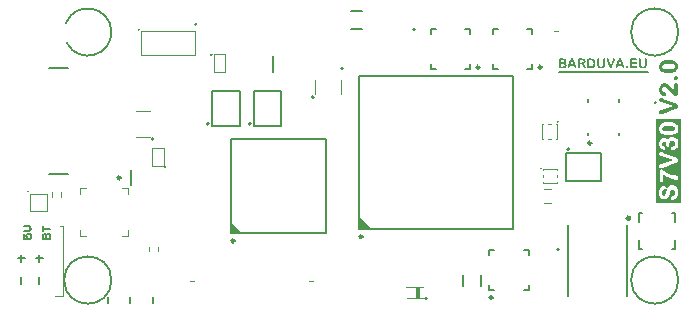
<source format=gto>
G04*
G04 #@! TF.GenerationSoftware,Altium Limited,Altium Designer,25.1.2 (22)*
G04*
G04 Layer_Color=65535*
%FSLAX44Y44*%
%MOMM*%
G71*
G04*
G04 #@! TF.SameCoordinates,2BCE8437-4B4B-493D-AEBF-8C89570F1AAD*
G04*
G04*
G04 #@! TF.FilePolarity,Positive*
G04*
G01*
G75*
%ADD10C,0.2500*%
%ADD11C,0.2000*%
%ADD12C,0.2540*%
%ADD13C,0.1500*%
%ADD14C,0.3000*%
%ADD15C,0.1000*%
%ADD16C,0.0500*%
G36*
X186534Y71876D02*
X194332Y64078D01*
X186534D01*
Y71876D01*
D02*
G37*
G36*
X294882Y77043D02*
X304397Y67528D01*
X294882D01*
Y77043D01*
D02*
G37*
G36*
X557710Y210884D02*
X557898D01*
X558106D01*
X558585Y210842D01*
X559064Y210801D01*
X559585Y210759D01*
X560064Y210676D01*
X560085D01*
X560126D01*
X560189Y210655D01*
X560272Y210634D01*
X560522Y210572D01*
X560814Y210509D01*
X561168Y210384D01*
X561543Y210259D01*
X561938Y210093D01*
X562334Y209884D01*
X562355D01*
X562397Y209843D01*
X562459Y209801D01*
X562542Y209759D01*
X562771Y209593D01*
X563063Y209384D01*
X563375Y209093D01*
X563688Y208780D01*
X564000Y208406D01*
X564292Y207989D01*
Y207968D01*
X564313Y207927D01*
X564354Y207864D01*
X564396Y207781D01*
X564459Y207677D01*
X564500Y207552D01*
X564625Y207218D01*
X564771Y206843D01*
X564875Y206406D01*
X564958Y205906D01*
X564979Y205385D01*
Y205219D01*
X564958Y205115D01*
Y204969D01*
X564938Y204802D01*
X564896Y204615D01*
X564854Y204407D01*
X564750Y203948D01*
X564584Y203449D01*
X564354Y202949D01*
X564229Y202699D01*
X564063Y202449D01*
X564042Y202428D01*
X564021Y202386D01*
X563959Y202324D01*
X563896Y202241D01*
X563688Y202011D01*
X563396Y201720D01*
X563042Y201407D01*
X562605Y201095D01*
X562105Y200803D01*
X561543Y200533D01*
X561522D01*
X561501Y200512D01*
X561376Y200470D01*
X561189Y200408D01*
X560959Y200345D01*
X560668Y200262D01*
X560335Y200179D01*
X559960Y200095D01*
X559585Y200033D01*
X559564D01*
X559543D01*
X559481Y200012D01*
X559397D01*
X559189Y199991D01*
X558897Y199970D01*
X558564Y199929D01*
X558168Y199908D01*
X557752Y199887D01*
X557294D01*
X557273D01*
X557231D01*
X557148D01*
X557023D01*
X556898D01*
X556731D01*
X556336Y199908D01*
X555898Y199929D01*
X555440Y199949D01*
X554940Y199991D01*
X554461Y200033D01*
X554440D01*
X554399D01*
X554336Y200054D01*
X554253Y200074D01*
X554003Y200116D01*
X553690Y200158D01*
X553357Y200241D01*
X552961Y200345D01*
X552566Y200449D01*
X552191Y200595D01*
X552170D01*
X552128Y200616D01*
X552045Y200658D01*
X551941Y200699D01*
X551816Y200783D01*
X551670Y200845D01*
X551358Y201053D01*
X550983Y201303D01*
X550608Y201616D01*
X550233Y201991D01*
X549900Y202407D01*
Y202428D01*
X549858Y202470D01*
X549816Y202532D01*
X549775Y202636D01*
X549712Y202740D01*
X549629Y202886D01*
X549566Y203053D01*
X549483Y203240D01*
X549337Y203657D01*
X549192Y204157D01*
X549108Y204698D01*
X549067Y205302D01*
Y205490D01*
X549087Y205698D01*
X549108Y205969D01*
X549150Y206281D01*
X549233Y206635D01*
X549316Y206989D01*
X549441Y207323D01*
Y207343D01*
X549462Y207364D01*
X549504Y207468D01*
X549587Y207656D01*
X549712Y207864D01*
X549858Y208114D01*
X550046Y208385D01*
X550254Y208655D01*
X550504Y208926D01*
X550545Y208947D01*
X550629Y209051D01*
X550774Y209176D01*
X550983Y209322D01*
X551233Y209509D01*
X551524Y209718D01*
X551857Y209905D01*
X552212Y210093D01*
X552232D01*
X552295Y210134D01*
X552399Y210176D01*
X552524Y210218D01*
X552711Y210280D01*
X552941Y210343D01*
X553190Y210426D01*
X553482Y210509D01*
X553815Y210572D01*
X554170Y210655D01*
X554586Y210718D01*
X555023Y210780D01*
X555482Y210822D01*
X556002Y210863D01*
X556523Y210905D01*
X557106D01*
X557127D01*
X557189D01*
X557273D01*
X557398D01*
X557544D01*
X557710Y210884D01*
D02*
G37*
G36*
X563521Y197388D02*
X563709Y197346D01*
X563917Y197283D01*
X564125Y197179D01*
X564354Y197054D01*
X564542Y196867D01*
X564563Y196846D01*
X564604Y196784D01*
X564688Y196659D01*
X564771Y196513D01*
X564854Y196346D01*
X564938Y196138D01*
X564979Y195888D01*
X565000Y195638D01*
Y195513D01*
X564979Y195388D01*
X564938Y195201D01*
X564896Y195013D01*
X564813Y194805D01*
X564688Y194597D01*
X564542Y194388D01*
X564521Y194368D01*
X564459Y194305D01*
X564354Y194222D01*
X564188Y194138D01*
X564000Y194034D01*
X563792Y193951D01*
X563521Y193888D01*
X563230Y193868D01*
X563188D01*
X563105D01*
X562980Y193888D01*
X562813Y193930D01*
X562626Y193993D01*
X562417Y194076D01*
X562209Y194201D01*
X562001Y194368D01*
X561980Y194388D01*
X561917Y194451D01*
X561834Y194555D01*
X561730Y194701D01*
X561647Y194888D01*
X561563Y195096D01*
X561501Y195326D01*
X561480Y195596D01*
Y195721D01*
X561501Y195867D01*
X561543Y196034D01*
X561605Y196242D01*
X561709Y196450D01*
X561834Y196659D01*
X562001Y196867D01*
X562022Y196888D01*
X562084Y196950D01*
X562209Y197034D01*
X562355Y197138D01*
X562522Y197242D01*
X562730Y197325D01*
X562980Y197388D01*
X563230Y197408D01*
X563271D01*
X563375D01*
X563521Y197388D01*
D02*
G37*
G36*
X563542Y191431D02*
X563688Y191410D01*
X563854Y191347D01*
X564021Y191285D01*
X564188Y191181D01*
X564354Y191056D01*
X564375Y191035D01*
X564417Y190972D01*
X564479Y190889D01*
X564542Y190764D01*
X564625Y190598D01*
X564688Y190389D01*
X564729Y190139D01*
X564750Y189869D01*
Y182100D01*
X564729Y181954D01*
X564688Y181766D01*
X564625Y181537D01*
X564542Y181308D01*
X564438Y181100D01*
X564271Y180892D01*
X564250Y180871D01*
X564188Y180809D01*
X564084Y180725D01*
X563938Y180642D01*
X563771Y180558D01*
X563584Y180475D01*
X563375Y180413D01*
X563125Y180392D01*
X563105D01*
X563042D01*
X562959Y180413D01*
X562834Y180434D01*
X562667Y180454D01*
X562480Y180517D01*
X562271Y180579D01*
X562042Y180683D01*
X562022Y180704D01*
X561938Y180746D01*
X561813Y180809D01*
X561668Y180892D01*
X561501Y181017D01*
X561314Y181142D01*
X560959Y181475D01*
X560939Y181496D01*
X560897Y181537D01*
X560834Y181600D01*
X560730Y181683D01*
X560605Y181808D01*
X560480Y181933D01*
X560147Y182246D01*
X559772Y182600D01*
X559376Y182995D01*
X558960Y183412D01*
X558564Y183829D01*
X558543Y183849D01*
X558522Y183870D01*
X558460Y183933D01*
X558397Y184016D01*
X558231Y184203D01*
X558002Y184453D01*
X557773Y184724D01*
X557544Y184995D01*
X557356Y185245D01*
X557189Y185474D01*
X557169Y185516D01*
X557085Y185620D01*
X556981Y185765D01*
X556835Y185953D01*
X556669Y186161D01*
X556460Y186390D01*
X556252Y186619D01*
X556044Y186828D01*
X556023Y186849D01*
X555940Y186911D01*
X555836Y187015D01*
X555669Y187140D01*
X555502Y187265D01*
X555294Y187390D01*
X555086Y187536D01*
X554857Y187640D01*
X554836Y187661D01*
X554753Y187682D01*
X554628Y187723D01*
X554482Y187786D01*
X554315Y187848D01*
X554107Y187890D01*
X553899Y187911D01*
X553690Y187932D01*
X553670D01*
X553586D01*
X553482Y187911D01*
X553336Y187890D01*
X553170Y187869D01*
X552982Y187807D01*
X552795Y187744D01*
X552628Y187640D01*
X552607Y187619D01*
X552545Y187578D01*
X552462Y187515D01*
X552357Y187432D01*
X552232Y187328D01*
X552108Y187182D01*
X551982Y187036D01*
X551878Y186849D01*
X551857Y186828D01*
X551837Y186765D01*
X551795Y186661D01*
X551733Y186536D01*
X551691Y186369D01*
X551649Y186182D01*
X551628Y185974D01*
X551608Y185765D01*
Y185641D01*
X551628Y185557D01*
X551670Y185349D01*
X551753Y185057D01*
X551878Y184745D01*
X552066Y184433D01*
X552191Y184266D01*
X552337Y184120D01*
X552524Y183974D01*
X552711Y183829D01*
X552732Y183808D01*
X552795Y183787D01*
X552857Y183766D01*
X552961Y183703D01*
X553107Y183662D01*
X553295Y183579D01*
X553545Y183495D01*
X553565D01*
X553649Y183454D01*
X553795Y183412D01*
X553940Y183329D01*
X554315Y183162D01*
X554503Y183037D01*
X554669Y182912D01*
X554690Y182891D01*
X554732Y182850D01*
X554794Y182766D01*
X554878Y182641D01*
X554961Y182495D01*
X555023Y182308D01*
X555065Y182100D01*
X555086Y181850D01*
Y181746D01*
X555065Y181642D01*
X555044Y181496D01*
X554982Y181329D01*
X554919Y181162D01*
X554815Y180996D01*
X554690Y180829D01*
X554669Y180809D01*
X554607Y180767D01*
X554524Y180704D01*
X554399Y180642D01*
X554253Y180558D01*
X554065Y180496D01*
X553857Y180454D01*
X553607Y180434D01*
X553565D01*
X553482D01*
X553336Y180454D01*
X553128Y180475D01*
X552899Y180517D01*
X552628Y180579D01*
X552337Y180663D01*
X552045Y180767D01*
X552003Y180788D01*
X551899Y180829D01*
X551753Y180913D01*
X551545Y181038D01*
X551316Y181162D01*
X551087Y181350D01*
X550816Y181558D01*
X550566Y181787D01*
X550545Y181829D01*
X550462Y181912D01*
X550337Y182058D01*
X550191Y182246D01*
X550004Y182495D01*
X549837Y182766D01*
X549671Y183099D01*
X549504Y183454D01*
Y183474D01*
X549483Y183495D01*
X549462Y183558D01*
X549441Y183641D01*
X549379Y183849D01*
X549296Y184141D01*
X549212Y184474D01*
X549150Y184891D01*
X549108Y185328D01*
X549087Y185828D01*
Y186099D01*
X549108Y186245D01*
Y186411D01*
X549150Y186786D01*
X549212Y187223D01*
X549316Y187703D01*
X549441Y188161D01*
X549608Y188619D01*
X549629Y188661D01*
X549671Y188744D01*
X549754Y188890D01*
X549858Y189077D01*
X550004Y189285D01*
X550171Y189515D01*
X550358Y189744D01*
X550587Y189973D01*
X550608Y189994D01*
X550691Y190077D01*
X550816Y190181D01*
X550983Y190306D01*
X551191Y190452D01*
X551420Y190598D01*
X551691Y190743D01*
X551982Y190868D01*
X552024Y190889D01*
X552128Y190931D01*
X552274Y190972D01*
X552482Y191035D01*
X552732Y191098D01*
X553003Y191160D01*
X553316Y191181D01*
X553628Y191202D01*
X553649D01*
X553690D01*
X553753D01*
X553857D01*
X553961Y191181D01*
X554107Y191160D01*
X554419Y191118D01*
X554794Y191035D01*
X555211Y190931D01*
X555627Y190764D01*
X556044Y190535D01*
X556065D01*
X556086Y190514D01*
X556148Y190473D01*
X556231Y190431D01*
X556419Y190285D01*
X556669Y190119D01*
X556940Y189910D01*
X557210Y189681D01*
X557502Y189431D01*
X557752Y189181D01*
X557773Y189160D01*
X557856Y189056D01*
X558002Y188890D01*
X558210Y188661D01*
X558481Y188348D01*
X558793Y187952D01*
X559189Y187494D01*
X559397Y187244D01*
X559626Y186953D01*
X559647Y186932D01*
X559689Y186890D01*
X559751Y186807D01*
X559835Y186703D01*
X559939Y186578D01*
X560064Y186432D01*
X560335Y186120D01*
X560647Y185765D01*
X560980Y185432D01*
X561272Y185120D01*
X561418Y184974D01*
X561563Y184870D01*
X561584Y184849D01*
X561605Y184828D01*
X561709Y184724D01*
X561813Y184557D01*
X561897Y184391D01*
Y189702D01*
X561917Y189869D01*
X561938Y190077D01*
X562001Y190285D01*
X562063Y190514D01*
X562167Y190743D01*
X562292Y190952D01*
X562313Y190972D01*
X562355Y191035D01*
X562459Y191118D01*
X562563Y191202D01*
X562730Y191285D01*
X562896Y191368D01*
X563105Y191431D01*
X563334Y191452D01*
X563355D01*
X563438D01*
X563542Y191431D01*
D02*
G37*
G36*
X550837Y178684D02*
X551045Y178642D01*
X551066D01*
X551087Y178622D01*
X551149D01*
X551233Y178601D01*
X551420Y178538D01*
X551649Y178455D01*
X551670D01*
X551691Y178434D01*
X551837Y178392D01*
X552003Y178330D01*
X552212Y178267D01*
X562105Y174602D01*
X562126D01*
X562188Y174581D01*
X562271Y174539D01*
X562397Y174498D01*
X562542Y174435D01*
X562709Y174373D01*
X563084Y174227D01*
X563105D01*
X563167Y174185D01*
X563271Y174144D01*
X563396Y174081D01*
X563709Y173935D01*
X564042Y173748D01*
X564063Y173727D01*
X564104Y173706D01*
X564188Y173644D01*
X564292Y173560D01*
X564396Y173456D01*
X564500Y173310D01*
X564625Y173165D01*
X564729Y172998D01*
X564750Y172977D01*
X564771Y172915D01*
X564813Y172810D01*
X564854Y172665D01*
X564917Y172498D01*
X564958Y172311D01*
X564979Y172082D01*
X565000Y171832D01*
Y171727D01*
X564979Y171582D01*
X564958Y171436D01*
X564938Y171248D01*
X564896Y171040D01*
X564833Y170853D01*
X564750Y170665D01*
X564729Y170644D01*
X564708Y170582D01*
X564646Y170499D01*
X564563Y170394D01*
X564354Y170165D01*
X564063Y169915D01*
X564042Y169895D01*
X563979Y169874D01*
X563896Y169811D01*
X563771Y169749D01*
X563646Y169686D01*
X563480Y169603D01*
X563105Y169436D01*
X563084D01*
X563021Y169395D01*
X562917Y169353D01*
X562792Y169311D01*
X562646Y169249D01*
X562480Y169186D01*
X562126Y169062D01*
X552295Y165458D01*
X552274D01*
X552232Y165437D01*
X552149Y165417D01*
X552066Y165375D01*
X551857Y165312D01*
X551649Y165229D01*
X551628D01*
X551608Y165208D01*
X551483Y165167D01*
X551295Y165125D01*
X551087Y165063D01*
X551066D01*
X551024D01*
X550900Y165042D01*
X550712Y165021D01*
X550525Y165000D01*
X550504D01*
X550420D01*
X550316Y165021D01*
X550150Y165063D01*
X549983Y165125D01*
X549796Y165208D01*
X549608Y165312D01*
X549421Y165479D01*
X549400Y165500D01*
X549337Y165562D01*
X549254Y165667D01*
X549171Y165812D01*
X549087Y165979D01*
X549004Y166187D01*
X548942Y166416D01*
X548921Y166687D01*
Y166833D01*
X548942Y166999D01*
X548983Y167187D01*
X549067Y167395D01*
X549150Y167603D01*
X549296Y167812D01*
X549483Y167958D01*
X549504Y167978D01*
X549587Y168020D01*
X549712Y168103D01*
X549879Y168187D01*
X550087Y168291D01*
X550358Y168416D01*
X550670Y168541D01*
X551024Y168666D01*
X561105Y171915D01*
X551024Y175143D01*
X550983Y175164D01*
X550900Y175185D01*
X550754Y175247D01*
X550566Y175289D01*
X550191Y175435D01*
X550025Y175497D01*
X549879Y175560D01*
X549858D01*
X549816Y175581D01*
X549754Y175622D01*
X549671Y175685D01*
X549462Y175831D01*
X549233Y176060D01*
X549212Y176080D01*
X549192Y176122D01*
X549129Y176206D01*
X549067Y176330D01*
X549025Y176455D01*
X548963Y176622D01*
X548942Y176830D01*
X548921Y177039D01*
Y177122D01*
X548942Y177205D01*
Y177309D01*
X549025Y177580D01*
X549067Y177726D01*
X549150Y177872D01*
Y177892D01*
X549192Y177934D01*
X549233Y178018D01*
X549316Y178101D01*
X549504Y178309D01*
X549754Y178496D01*
X549775Y178517D01*
X549816Y178538D01*
X549900Y178580D01*
X549983Y178622D01*
X550233Y178684D01*
X550358Y178726D01*
X550504D01*
X550525D01*
X550545D01*
X550670D01*
X550837Y178684D01*
D02*
G37*
G36*
X510917Y212299D02*
X511036Y212267D01*
X511166Y212202D01*
X511177D01*
X511199Y212180D01*
X511231Y212159D01*
X511274Y212126D01*
X511361Y212040D01*
X511447Y211921D01*
Y211910D01*
X511469Y211888D01*
X511480Y211856D01*
X511502Y211812D01*
X511534Y211704D01*
X511556Y211574D01*
Y211553D01*
Y211499D01*
X511534Y211412D01*
X511512Y211315D01*
Y211304D01*
X511502Y211293D01*
X511491Y211228D01*
X511458Y211141D01*
X511426Y211033D01*
Y211022D01*
X511415Y211012D01*
X511404Y210947D01*
X511372Y210860D01*
X511339Y210763D01*
X509392Y205515D01*
Y205504D01*
X509370Y205461D01*
X509359Y205407D01*
X509327Y205331D01*
X509294Y205244D01*
X509262Y205147D01*
X509186Y204941D01*
Y204931D01*
X509164Y204898D01*
X509143Y204844D01*
X509110Y204779D01*
X509035Y204628D01*
X508937Y204465D01*
X508926Y204454D01*
X508915Y204433D01*
X508883Y204389D01*
X508840Y204346D01*
X508731Y204238D01*
X508580Y204130D01*
X508569D01*
X508537Y204108D01*
X508493Y204087D01*
X508429Y204065D01*
X508342Y204043D01*
X508255Y204022D01*
X508147Y204011D01*
X508028Y204000D01*
X507974D01*
X507909Y204011D01*
X507834Y204022D01*
X507649Y204054D01*
X507552Y204087D01*
X507466Y204130D01*
X507455Y204141D01*
X507433Y204151D01*
X507390Y204184D01*
X507336Y204216D01*
X507217Y204314D01*
X507098Y204454D01*
X507087Y204465D01*
X507076Y204498D01*
X507054Y204541D01*
X507022Y204595D01*
X506979Y204671D01*
X506946Y204747D01*
X506860Y204941D01*
Y204952D01*
X506838Y204985D01*
X506816Y205039D01*
X506795Y205114D01*
X506762Y205201D01*
X506730Y205298D01*
X506654Y205515D01*
X504739Y210720D01*
Y210730D01*
X504728Y210741D01*
X504706Y210806D01*
X504685Y210893D01*
X504641Y211001D01*
Y211012D01*
X504631Y211022D01*
X504609Y211087D01*
X504587Y211185D01*
X504555Y211293D01*
Y211304D01*
Y211325D01*
X504544Y211390D01*
X504533Y211477D01*
X504522Y211563D01*
Y211574D01*
Y211607D01*
X504533Y211661D01*
X504555Y211737D01*
X504576Y211812D01*
X504609Y211899D01*
X504663Y211985D01*
X504739Y212072D01*
X504750Y212083D01*
X504782Y212104D01*
X504825Y212148D01*
X504890Y212191D01*
X504977Y212234D01*
X505074Y212278D01*
X505182Y212299D01*
X505302Y212310D01*
X505366D01*
X505442Y212299D01*
X505540Y212278D01*
X505637Y212245D01*
X505734Y212202D01*
X505821Y212137D01*
X505897Y212050D01*
X505907Y212040D01*
X505929Y211996D01*
X505961Y211942D01*
X506005Y211856D01*
X506059Y211737D01*
X506113Y211596D01*
X506178Y211434D01*
X506243Y211239D01*
X508061Y205850D01*
X509889Y211271D01*
X509900Y211293D01*
X509911Y211347D01*
X509933Y211412D01*
X509965Y211509D01*
X510041Y211704D01*
X510062Y211791D01*
X510095Y211866D01*
Y211877D01*
X510106Y211899D01*
X510127Y211931D01*
X510149Y211975D01*
X510225Y212072D01*
X510333Y212169D01*
X510344Y212180D01*
X510365Y212191D01*
X510398Y212213D01*
X510452Y212245D01*
X510517Y212267D01*
X510593Y212288D01*
X510679Y212299D01*
X510787Y212310D01*
X510863D01*
X510917Y212299D01*
D02*
G37*
G36*
X537925Y212299D02*
X538012Y212278D01*
X538098Y212245D01*
X538206Y212202D01*
X538304Y212148D01*
X538390Y212061D01*
X538401Y212050D01*
X538423Y212018D01*
X538466Y211953D01*
X538509Y211877D01*
X538542Y211769D01*
X538585Y211639D01*
X538607Y211488D01*
X538618Y211315D01*
Y207452D01*
Y207441D01*
Y207408D01*
Y207365D01*
Y207300D01*
Y207214D01*
X538607Y207116D01*
Y207019D01*
X538596Y206900D01*
X538574Y206651D01*
X538542Y206391D01*
X538498Y206121D01*
X538433Y205872D01*
Y205861D01*
X538423Y205840D01*
X538412Y205807D01*
X538401Y205764D01*
X538347Y205645D01*
X538282Y205504D01*
X538185Y205331D01*
X538066Y205147D01*
X537914Y204952D01*
X537741Y204768D01*
X537719Y204747D01*
X537665Y204703D01*
X537568Y204628D01*
X537449Y204541D01*
X537297Y204454D01*
X537124Y204357D01*
X536930Y204260D01*
X536713Y204184D01*
X536702D01*
X536692Y204173D01*
X536659Y204162D01*
X536616Y204151D01*
X536562Y204141D01*
X536486Y204130D01*
X536334Y204097D01*
X536129Y204054D01*
X535902Y204032D01*
X535642Y204011D01*
X535360Y204000D01*
X535209D01*
X535122Y204011D01*
X535036D01*
X534928Y204022D01*
X534809D01*
X534560Y204043D01*
X534289Y204087D01*
X534019Y204130D01*
X533759Y204195D01*
X533748D01*
X533727Y204206D01*
X533694Y204216D01*
X533651Y204227D01*
X533532Y204281D01*
X533380Y204346D01*
X533207Y204433D01*
X533023Y204541D01*
X532850Y204660D01*
X532677Y204811D01*
X532655Y204833D01*
X532612Y204887D01*
X532536Y204985D01*
X532439Y205104D01*
X532342Y205255D01*
X532244Y205439D01*
X532147Y205655D01*
X532060Y205883D01*
Y205894D01*
X532049Y205915D01*
X532039Y205948D01*
X532028Y206002D01*
X532017Y206067D01*
X531995Y206142D01*
X531985Y206229D01*
X531963Y206326D01*
X531931Y206554D01*
X531898Y206824D01*
X531876Y207127D01*
X531866Y207452D01*
Y211315D01*
Y211325D01*
Y211336D01*
Y211401D01*
X531876Y211488D01*
X531898Y211596D01*
X531920Y211715D01*
X531952Y211845D01*
X532006Y211953D01*
X532082Y212061D01*
X532093Y212072D01*
X532125Y212104D01*
X532169Y212137D01*
X532234Y212191D01*
X532320Y212234D01*
X532417Y212267D01*
X532536Y212299D01*
X532666Y212310D01*
X532731D01*
X532796Y212299D01*
X532883Y212278D01*
X532980Y212245D01*
X533077Y212202D01*
X533175Y212148D01*
X533261Y212061D01*
X533272Y212050D01*
X533294Y212018D01*
X533337Y211953D01*
X533380Y211877D01*
X533413Y211769D01*
X533456Y211639D01*
X533478Y211488D01*
X533489Y211315D01*
Y207365D01*
Y207354D01*
Y207333D01*
Y207300D01*
Y207257D01*
X533499Y207127D01*
X533510Y206965D01*
X533521Y206792D01*
X533554Y206597D01*
X533586Y206413D01*
X533629Y206229D01*
X533640Y206207D01*
X533662Y206153D01*
X533694Y206077D01*
X533748Y205980D01*
X533824Y205861D01*
X533921Y205753D01*
X534030Y205634D01*
X534160Y205536D01*
X534181Y205526D01*
X534235Y205493D01*
X534322Y205461D01*
X534441Y205417D01*
X534592Y205363D01*
X534776Y205331D01*
X534993Y205298D01*
X535242Y205288D01*
X535328D01*
X535393Y205298D01*
X535480D01*
X535566Y205309D01*
X535772Y205352D01*
X535988Y205407D01*
X536215Y205493D01*
X536421Y205623D01*
X536518Y205699D01*
X536594Y205785D01*
Y205796D01*
X536616Y205807D01*
X536627Y205840D01*
X536659Y205883D01*
X536692Y205937D01*
X536724Y206002D01*
X536756Y206077D01*
X536800Y206175D01*
X536832Y206272D01*
X536865Y206391D01*
X536897Y206510D01*
X536930Y206651D01*
X536962Y206803D01*
X536973Y206965D01*
X536994Y207149D01*
Y207333D01*
Y211315D01*
Y211325D01*
Y211336D01*
Y211401D01*
X537005Y211488D01*
X537027Y211596D01*
X537048Y211715D01*
X537081Y211845D01*
X537135Y211953D01*
X537211Y212061D01*
X537222Y212072D01*
X537254Y212104D01*
X537297Y212137D01*
X537362Y212191D01*
X537449Y212234D01*
X537546Y212267D01*
X537665Y212299D01*
X537795Y212310D01*
X537860D01*
X537925Y212299D01*
D02*
G37*
G36*
X502607Y212299D02*
X502694Y212278D01*
X502780Y212245D01*
X502888Y212202D01*
X502986Y212148D01*
X503073Y212061D01*
X503083Y212050D01*
X503105Y212018D01*
X503148Y211953D01*
X503191Y211877D01*
X503224Y211769D01*
X503267Y211639D01*
X503289Y211488D01*
X503300Y211315D01*
Y207452D01*
Y207441D01*
Y207408D01*
Y207365D01*
Y207300D01*
Y207214D01*
X503289Y207116D01*
Y207019D01*
X503278Y206900D01*
X503256Y206651D01*
X503224Y206391D01*
X503181Y206121D01*
X503116Y205872D01*
Y205861D01*
X503105Y205840D01*
X503094Y205807D01*
X503083Y205764D01*
X503029Y205645D01*
X502964Y205504D01*
X502867Y205331D01*
X502748Y205147D01*
X502596Y204952D01*
X502423Y204768D01*
X502402Y204747D01*
X502347Y204703D01*
X502250Y204628D01*
X502131Y204541D01*
X501980Y204454D01*
X501806Y204357D01*
X501612Y204260D01*
X501395Y204184D01*
X501385D01*
X501374Y204173D01*
X501341Y204162D01*
X501298Y204151D01*
X501244Y204141D01*
X501168Y204130D01*
X501017Y204097D01*
X500811Y204054D01*
X500584Y204032D01*
X500324Y204011D01*
X500043Y204000D01*
X499891D01*
X499805Y204011D01*
X499718D01*
X499610Y204022D01*
X499491D01*
X499242Y204043D01*
X498971Y204087D01*
X498701Y204130D01*
X498441Y204195D01*
X498430D01*
X498409Y204206D01*
X498376Y204216D01*
X498333Y204227D01*
X498214Y204281D01*
X498063Y204346D01*
X497890Y204433D01*
X497706Y204541D01*
X497532Y204660D01*
X497359Y204811D01*
X497338Y204833D01*
X497294Y204887D01*
X497219Y204985D01*
X497121Y205104D01*
X497024Y205255D01*
X496926Y205439D01*
X496829Y205655D01*
X496743Y205883D01*
Y205894D01*
X496732Y205915D01*
X496721Y205948D01*
X496710Y206002D01*
X496699Y206067D01*
X496678Y206142D01*
X496667Y206229D01*
X496645Y206326D01*
X496613Y206554D01*
X496580Y206824D01*
X496559Y207127D01*
X496548Y207452D01*
Y211315D01*
Y211325D01*
Y211336D01*
Y211401D01*
X496559Y211488D01*
X496580Y211596D01*
X496602Y211715D01*
X496634Y211845D01*
X496688Y211953D01*
X496764Y212061D01*
X496775Y212072D01*
X496808Y212104D01*
X496851Y212137D01*
X496916Y212191D01*
X497002Y212234D01*
X497100Y212267D01*
X497219Y212299D01*
X497349Y212310D01*
X497413D01*
X497478Y212299D01*
X497565Y212278D01*
X497662Y212245D01*
X497760Y212202D01*
X497857Y212148D01*
X497944Y212061D01*
X497954Y212050D01*
X497976Y212018D01*
X498019Y211953D01*
X498063Y211877D01*
X498095Y211769D01*
X498138Y211639D01*
X498160Y211488D01*
X498171Y211315D01*
Y207365D01*
Y207354D01*
Y207333D01*
Y207300D01*
Y207257D01*
X498182Y207127D01*
X498192Y206965D01*
X498203Y206792D01*
X498236Y206597D01*
X498268Y206413D01*
X498312Y206229D01*
X498322Y206207D01*
X498344Y206153D01*
X498376Y206077D01*
X498430Y205980D01*
X498506Y205861D01*
X498604Y205753D01*
X498712Y205634D01*
X498842Y205536D01*
X498863Y205526D01*
X498917Y205493D01*
X499004Y205461D01*
X499123Y205417D01*
X499274Y205363D01*
X499459Y205331D01*
X499675Y205298D01*
X499924Y205288D01*
X500010D01*
X500075Y205298D01*
X500162D01*
X500248Y205309D01*
X500454Y205352D01*
X500670Y205407D01*
X500898Y205493D01*
X501103Y205623D01*
X501200Y205699D01*
X501276Y205785D01*
Y205796D01*
X501298Y205807D01*
X501309Y205840D01*
X501341Y205883D01*
X501374Y205937D01*
X501406Y206002D01*
X501439Y206077D01*
X501482Y206175D01*
X501514Y206272D01*
X501547Y206391D01*
X501579Y206510D01*
X501612Y206651D01*
X501644Y206803D01*
X501655Y206965D01*
X501677Y207149D01*
Y207333D01*
Y211315D01*
Y211325D01*
Y211336D01*
Y211401D01*
X501688Y211488D01*
X501709Y211596D01*
X501731Y211715D01*
X501763Y211845D01*
X501817Y211953D01*
X501893Y212061D01*
X501904Y212072D01*
X501936Y212104D01*
X501980Y212137D01*
X502044Y212191D01*
X502131Y212234D01*
X502229Y212267D01*
X502347Y212299D01*
X502477Y212310D01*
X502542D01*
X502607Y212299D01*
D02*
G37*
G36*
X529777Y212159D02*
X529864Y212148D01*
X529961Y212126D01*
X530059Y212094D01*
X530145Y212050D01*
X530221Y211996D01*
X530232Y211985D01*
X530253Y211964D01*
X530286Y211931D01*
X530318Y211877D01*
X530351Y211812D01*
X530383Y211737D01*
X530405Y211639D01*
X530416Y211542D01*
Y211531D01*
Y211499D01*
X530405Y211444D01*
X530394Y211380D01*
X530372Y211304D01*
X530329Y211228D01*
X530286Y211141D01*
X530221Y211077D01*
X530210Y211066D01*
X530188Y211055D01*
X530145Y211022D01*
X530080Y211001D01*
X530005Y210968D01*
X529907Y210936D01*
X529788Y210925D01*
X529647Y210914D01*
X525990D01*
Y208945D01*
X529420D01*
X529485Y208934D01*
X529572Y208923D01*
X529658Y208902D01*
X529756Y208869D01*
X529842Y208826D01*
X529918Y208772D01*
X529929Y208761D01*
X529950Y208739D01*
X529972Y208707D01*
X530015Y208653D01*
X530048Y208599D01*
X530069Y208523D01*
X530091Y208436D01*
X530102Y208339D01*
Y208328D01*
Y208296D01*
X530091Y208242D01*
X530080Y208177D01*
X530059Y208101D01*
X530026Y208025D01*
X529983Y207949D01*
X529918Y207885D01*
X529907Y207874D01*
X529885Y207863D01*
X529842Y207830D01*
X529777Y207809D01*
X529701Y207776D01*
X529604Y207744D01*
X529485Y207733D01*
X529355Y207722D01*
X525990D01*
Y205428D01*
X529842D01*
X529907Y205417D01*
X529994Y205407D01*
X530080Y205385D01*
X530178Y205352D01*
X530275Y205309D01*
X530351Y205244D01*
X530362Y205233D01*
X530383Y205212D01*
X530416Y205179D01*
X530448Y205125D01*
X530480Y205060D01*
X530513Y204974D01*
X530535Y204887D01*
X530546Y204779D01*
Y204768D01*
Y204736D01*
X530535Y204682D01*
X530524Y204617D01*
X530502Y204541D01*
X530459Y204465D01*
X530416Y204379D01*
X530351Y204314D01*
X530340Y204303D01*
X530318Y204292D01*
X530264Y204260D01*
X530210Y204227D01*
X530123Y204195D01*
X530026Y204173D01*
X529907Y204151D01*
X529777Y204141D01*
X525265D01*
X525168Y204151D01*
X525060Y204173D01*
X524930Y204195D01*
X524811Y204238D01*
X524692Y204292D01*
X524594Y204368D01*
X524583Y204379D01*
X524562Y204411D01*
X524519Y204476D01*
X524486Y204552D01*
X524443Y204660D01*
X524399Y204790D01*
X524378Y204952D01*
X524367Y205136D01*
Y211163D01*
Y211174D01*
Y211228D01*
X524378Y211293D01*
Y211369D01*
X524410Y211553D01*
X524432Y211650D01*
X524464Y211737D01*
X524475Y211747D01*
X524486Y211769D01*
X524508Y211812D01*
X524551Y211866D01*
X524648Y211975D01*
X524713Y212018D01*
X524789Y212061D01*
X524800D01*
X524832Y212083D01*
X524876Y212094D01*
X524940Y212115D01*
X525027Y212137D01*
X525125Y212148D01*
X525233Y212169D01*
X529712D01*
X529777Y212159D01*
D02*
G37*
G36*
X491635D02*
X491830Y212148D01*
X492057Y212126D01*
X492295Y212104D01*
X492533Y212061D01*
X492761Y212007D01*
X492771D01*
X492782Y211996D01*
X492815Y211985D01*
X492858Y211975D01*
X492977Y211942D01*
X493118Y211877D01*
X493291Y211801D01*
X493464Y211704D01*
X493659Y211585D01*
X493843Y211434D01*
X493853Y211423D01*
X493897Y211380D01*
X493962Y211325D01*
X494037Y211228D01*
X494135Y211120D01*
X494243Y210979D01*
X494351Y210817D01*
X494470Y210622D01*
X494589Y210406D01*
X494697Y210168D01*
X494806Y209897D01*
X494903Y209605D01*
X494979Y209280D01*
X495044Y208934D01*
X495087Y208566D01*
X495098Y208166D01*
Y208155D01*
Y208133D01*
Y208101D01*
Y208047D01*
Y207982D01*
X495087Y207906D01*
Y207733D01*
X495065Y207527D01*
X495044Y207311D01*
X495011Y207073D01*
X494968Y206846D01*
Y206835D01*
X494957Y206824D01*
Y206792D01*
X494946Y206748D01*
X494914Y206629D01*
X494871Y206489D01*
X494817Y206326D01*
X494752Y206142D01*
X494665Y205958D01*
X494579Y205774D01*
X494568Y205753D01*
X494535Y205699D01*
X494470Y205601D01*
X494394Y205493D01*
X494297Y205352D01*
X494189Y205212D01*
X494059Y205060D01*
X493908Y204920D01*
X493897Y204909D01*
X493853Y204876D01*
X493789Y204822D01*
X493702Y204757D01*
X493594Y204682D01*
X493475Y204606D01*
X493334Y204519D01*
X493194Y204454D01*
X493172Y204444D01*
X493129Y204422D01*
X493053Y204400D01*
X492945Y204357D01*
X492826Y204314D01*
X492685Y204281D01*
X492533Y204238D01*
X492371Y204206D01*
X492350D01*
X492295Y204195D01*
X492209Y204184D01*
X492090Y204173D01*
X491938Y204162D01*
X491776Y204151D01*
X491592Y204141D01*
X489190D01*
X489114Y204151D01*
X489017Y204162D01*
X488800Y204195D01*
X488692Y204227D01*
X488595Y204270D01*
X488584Y204281D01*
X488562Y204292D01*
X488519Y204325D01*
X488476Y204368D01*
X488422Y204422D01*
X488378Y204476D01*
X488335Y204552D01*
X488303Y204638D01*
Y204649D01*
X488292Y204682D01*
X488281Y204736D01*
X488270Y204811D01*
X488259Y204909D01*
X488248Y205017D01*
X488238Y205136D01*
Y205277D01*
Y211163D01*
Y211174D01*
Y211185D01*
Y211250D01*
X488248Y211347D01*
X488270Y211455D01*
X488292Y211585D01*
X488335Y211715D01*
X488389Y211834D01*
X488465Y211931D01*
X488476Y211942D01*
X488508Y211964D01*
X488573Y212007D01*
X488649Y212050D01*
X488757Y212094D01*
X488887Y212137D01*
X489038Y212159D01*
X489222Y212169D01*
X491560D01*
X491635Y212159D01*
D02*
G37*
G36*
X467928D02*
X468090Y212148D01*
X468252Y212137D01*
X468426Y212115D01*
X468588Y212094D01*
X468610D01*
X468664Y212083D01*
X468739Y212061D01*
X468837Y212029D01*
X468956Y211996D01*
X469086Y211953D01*
X469215Y211888D01*
X469345Y211823D01*
X469356Y211812D01*
X469389Y211791D01*
X469443Y211758D01*
X469518Y211704D01*
X469594Y211639D01*
X469670Y211563D01*
X469843Y211390D01*
X469854Y211380D01*
X469875Y211347D01*
X469919Y211293D01*
X469962Y211217D01*
X470016Y211141D01*
X470081Y211044D01*
X470178Y210817D01*
X470189Y210806D01*
X470200Y210763D01*
X470222Y210698D01*
X470243Y210622D01*
X470265Y210514D01*
X470276Y210406D01*
X470298Y210287D01*
Y210157D01*
Y210146D01*
Y210103D01*
X470287Y210038D01*
X470276Y209962D01*
X470265Y209854D01*
X470233Y209746D01*
X470200Y209616D01*
X470146Y209486D01*
X470081Y209345D01*
X470005Y209194D01*
X469908Y209042D01*
X469789Y208902D01*
X469648Y208761D01*
X469497Y208631D01*
X469313Y208501D01*
X469096Y208393D01*
X469118Y208382D01*
X469161Y208371D01*
X469248Y208339D01*
X469345Y208296D01*
X469464Y208231D01*
X469594Y208155D01*
X469735Y208069D01*
X469886Y207960D01*
X470038Y207830D01*
X470178Y207690D01*
X470308Y207527D01*
X470427Y207344D01*
X470536Y207149D01*
X470611Y206932D01*
X470655Y206684D01*
X470676Y206424D01*
Y206413D01*
Y206391D01*
Y206359D01*
Y206316D01*
X470665Y206251D01*
X470655Y206186D01*
X470633Y206023D01*
X470590Y205829D01*
X470536Y205634D01*
X470449Y205417D01*
X470330Y205212D01*
Y205201D01*
X470319Y205190D01*
X470265Y205125D01*
X470189Y205028D01*
X470081Y204909D01*
X469951Y204779D01*
X469789Y204649D01*
X469605Y204519D01*
X469399Y204411D01*
X469378Y204400D01*
X469334Y204389D01*
X469259Y204357D01*
X469161Y204325D01*
X469031Y204292D01*
X468891Y204260D01*
X468728Y204227D01*
X468555Y204195D01*
X468534D01*
X468469Y204184D01*
X468372Y204173D01*
X468242D01*
X468079Y204162D01*
X467884Y204151D01*
X467668Y204141D01*
X464898D01*
X464801Y204151D01*
X464692Y204173D01*
X464563Y204195D01*
X464444Y204238D01*
X464325Y204303D01*
X464227Y204379D01*
X464216Y204389D01*
X464195Y204422D01*
X464151Y204487D01*
X464119Y204563D01*
X464076Y204671D01*
X464033Y204801D01*
X464011Y204952D01*
X464000Y205136D01*
Y211163D01*
Y211174D01*
Y211185D01*
Y211250D01*
X464011Y211347D01*
X464033Y211455D01*
X464054Y211585D01*
X464097Y211715D01*
X464151Y211834D01*
X464227Y211931D01*
X464238Y211942D01*
X464271Y211964D01*
X464335Y212007D01*
X464411Y212050D01*
X464519Y212094D01*
X464649Y212137D01*
X464801Y212159D01*
X464985Y212169D01*
X467798D01*
X467928Y212159D01*
D02*
G37*
G36*
X521835Y205634D02*
X521922Y205612D01*
X522008Y205591D01*
X522106Y205547D01*
X522203Y205482D01*
X522300Y205407D01*
X522311Y205396D01*
X522344Y205363D01*
X522376Y205309D01*
X522430Y205244D01*
X522473Y205158D01*
X522506Y205060D01*
X522538Y204952D01*
X522549Y204822D01*
Y204801D01*
Y204757D01*
X522538Y204692D01*
X522517Y204606D01*
X522484Y204509D01*
X522441Y204400D01*
X522387Y204303D01*
X522300Y204216D01*
X522290Y204206D01*
X522257Y204184D01*
X522203Y204151D01*
X522138Y204108D01*
X522052Y204065D01*
X521954Y204032D01*
X521846Y204011D01*
X521727Y204000D01*
X521673D01*
X521608Y204011D01*
X521532Y204032D01*
X521435Y204054D01*
X521337Y204087D01*
X521240Y204141D01*
X521143Y204216D01*
X521132Y204227D01*
X521110Y204260D01*
X521067Y204303D01*
X521023Y204379D01*
X520980Y204454D01*
X520937Y204563D01*
X520915Y204682D01*
X520905Y204822D01*
Y204833D01*
Y204876D01*
X520915Y204941D01*
X520937Y205017D01*
X520959Y205114D01*
X521002Y205201D01*
X521056Y205298D01*
X521132Y205396D01*
X521143Y205407D01*
X521175Y205439D01*
X521229Y205472D01*
X521294Y205526D01*
X521381Y205569D01*
X521478Y205601D01*
X521597Y205634D01*
X521716Y205645D01*
X521770D01*
X521835Y205634D01*
D02*
G37*
G36*
X516003Y212299D02*
X516089D01*
X516273Y212256D01*
X516371Y212223D01*
X516457Y212180D01*
X516468Y212169D01*
X516501Y212159D01*
X516533Y212126D01*
X516587Y212094D01*
X516706Y211985D01*
X516825Y211845D01*
X516836Y211834D01*
X516847Y211812D01*
X516879Y211769D01*
X516912Y211715D01*
X516944Y211650D01*
X516977Y211574D01*
X517052Y211401D01*
Y211390D01*
X517074Y211358D01*
X517096Y211304D01*
X517117Y211239D01*
X517161Y211152D01*
X517204Y211044D01*
X517247Y210925D01*
X517301Y210784D01*
X519400Y205601D01*
Y205591D01*
X519411Y205580D01*
X519422Y205547D01*
X519444Y205504D01*
X519476Y205396D01*
X519530Y205266D01*
X519574Y205125D01*
X519606Y204985D01*
X519638Y204855D01*
X519649Y204736D01*
Y204725D01*
Y204692D01*
X519638Y204638D01*
X519617Y204573D01*
X519595Y204498D01*
X519552Y204411D01*
X519487Y204314D01*
X519411Y204227D01*
X519400Y204216D01*
X519368Y204195D01*
X519325Y204151D01*
X519260Y204119D01*
X519173Y204076D01*
X519076Y204032D01*
X518968Y204011D01*
X518849Y204000D01*
X518784D01*
X518730Y204011D01*
X518621Y204032D01*
X518513Y204076D01*
X518502D01*
X518492Y204087D01*
X518437Y204119D01*
X518362Y204173D01*
X518286Y204249D01*
Y204260D01*
X518275Y204270D01*
X518254Y204303D01*
X518232Y204335D01*
X518199Y204389D01*
X518167Y204454D01*
X518134Y204519D01*
X518091Y204606D01*
Y204617D01*
X518070Y204649D01*
X518048Y204692D01*
X518026Y204757D01*
X517972Y204898D01*
X517907Y205039D01*
X517528Y206056D01*
X514261D01*
X513882Y205017D01*
Y205006D01*
X513871Y204995D01*
X513860Y204963D01*
X513850Y204920D01*
X513806Y204822D01*
X513752Y204692D01*
X513687Y204563D01*
X513622Y204422D01*
X513557Y204303D01*
X513493Y204206D01*
X513482Y204195D01*
X513460Y204173D01*
X513428Y204141D01*
X513373Y204108D01*
X513298Y204065D01*
X513211Y204032D01*
X513103Y204011D01*
X512973Y204000D01*
X512919D01*
X512865Y204011D01*
X512789Y204032D01*
X512714Y204054D01*
X512616Y204087D01*
X512519Y204141D01*
X512432Y204216D01*
X512421Y204227D01*
X512400Y204260D01*
X512356Y204303D01*
X512324Y204368D01*
X512281Y204444D01*
X512237Y204530D01*
X512216Y204628D01*
X512205Y204725D01*
Y204736D01*
Y204757D01*
Y204790D01*
X512216Y204833D01*
X512226Y204941D01*
X512259Y205071D01*
Y205082D01*
X512270Y205104D01*
X512281Y205147D01*
X512302Y205201D01*
X512324Y205266D01*
X512356Y205352D01*
X512389Y205450D01*
X512432Y205558D01*
X514488Y210774D01*
Y210784D01*
X514499Y210817D01*
X514520Y210860D01*
X514542Y210925D01*
X514575Y211001D01*
X514607Y211098D01*
X514650Y211206D01*
X514694Y211315D01*
X514704Y211325D01*
X514715Y211369D01*
X514748Y211423D01*
X514780Y211499D01*
X514867Y211672D01*
X514964Y211834D01*
X514975Y211845D01*
X514986Y211866D01*
X515018Y211910D01*
X515061Y211964D01*
X515181Y212072D01*
X515332Y212180D01*
X515343Y212191D01*
X515375Y212202D01*
X515419Y212223D01*
X515484Y212245D01*
X515570Y212267D01*
X515657Y212288D01*
X515765Y212310D01*
X515938D01*
X516003Y212299D01*
D02*
G37*
G36*
X484104Y212159D02*
X484256D01*
X484407Y212148D01*
X484570Y212137D01*
X484721Y212115D01*
X484743D01*
X484786Y212104D01*
X484862Y212094D01*
X484959Y212072D01*
X485056Y212050D01*
X485176Y212018D01*
X485414Y211931D01*
X485435Y211921D01*
X485479Y211899D01*
X485554Y211866D01*
X485641Y211812D01*
X485749Y211747D01*
X485857Y211672D01*
X485976Y211574D01*
X486084Y211466D01*
X486095Y211455D01*
X486128Y211412D01*
X486182Y211358D01*
X486247Y211271D01*
X486323Y211174D01*
X486398Y211055D01*
X486463Y210925D01*
X486528Y210784D01*
X486539Y210763D01*
X486550Y210720D01*
X486571Y210633D01*
X486604Y210536D01*
X486636Y210406D01*
X486658Y210265D01*
X486669Y210114D01*
X486680Y209951D01*
Y209940D01*
Y209908D01*
Y209865D01*
X486669Y209800D01*
Y209724D01*
X486658Y209637D01*
X486615Y209432D01*
X486561Y209205D01*
X486463Y208967D01*
X486344Y208729D01*
X486258Y208620D01*
X486171Y208512D01*
X486160Y208501D01*
X486149Y208491D01*
X486117Y208458D01*
X486074Y208426D01*
X486020Y208382D01*
X485955Y208328D01*
X485879Y208274D01*
X485792Y208220D01*
X485684Y208155D01*
X485576Y208090D01*
X485446Y208036D01*
X485305Y207971D01*
X485154Y207906D01*
X484992Y207852D01*
X484818Y207798D01*
X484635Y207755D01*
X484656Y207744D01*
X484710Y207711D01*
X484797Y207657D01*
X484905Y207582D01*
X485024Y207484D01*
X485165Y207376D01*
X485305Y207235D01*
X485457Y207073D01*
X485479Y207051D01*
X485522Y206997D01*
X485597Y206911D01*
X485695Y206792D01*
X485803Y206651D01*
X485922Y206489D01*
X486041Y206305D01*
X486160Y206121D01*
Y206110D01*
X486171Y206099D01*
X486214Y206034D01*
X486268Y205937D01*
X486344Y205818D01*
X486420Y205677D01*
X486496Y205515D01*
X486582Y205363D01*
X486647Y205201D01*
X486658Y205179D01*
X486680Y205136D01*
X486701Y205071D01*
X486734Y204985D01*
X486799Y204801D01*
X486809Y204714D01*
X486820Y204649D01*
Y204638D01*
Y204617D01*
Y204584D01*
X486809Y204552D01*
X486777Y204444D01*
X486712Y204325D01*
Y204314D01*
X486690Y204303D01*
X486647Y204238D01*
X486561Y204162D01*
X486441Y204087D01*
X486431D01*
X486409Y204076D01*
X486377Y204065D01*
X486323Y204043D01*
X486268Y204032D01*
X486193Y204011D01*
X486030Y204000D01*
X485987D01*
X485933Y204011D01*
X485868Y204022D01*
X485727Y204054D01*
X485652Y204087D01*
X485576Y204130D01*
X485565Y204141D01*
X485543Y204151D01*
X485511Y204173D01*
X485468Y204216D01*
X485359Y204314D01*
X485251Y204444D01*
X485241Y204454D01*
X485230Y204487D01*
X485197Y204530D01*
X485154Y204595D01*
X485111Y204682D01*
X485046Y204779D01*
X484970Y204898D01*
X484894Y205028D01*
X484245Y206110D01*
Y206121D01*
X484234Y206132D01*
X484212Y206164D01*
X484180Y206207D01*
X484115Y206316D01*
X484029Y206456D01*
X483931Y206597D01*
X483823Y206748D01*
X483715Y206889D01*
X483607Y207019D01*
X483596Y207030D01*
X483563Y207073D01*
X483509Y207127D01*
X483433Y207192D01*
X483347Y207268D01*
X483260Y207333D01*
X483152Y207398D01*
X483044Y207452D01*
X483033Y207463D01*
X482990Y207473D01*
X482936Y207495D01*
X482849Y207517D01*
X482741Y207538D01*
X482622Y207549D01*
X482481Y207571D01*
X481767D01*
Y204985D01*
Y204974D01*
Y204963D01*
Y204898D01*
X481756Y204811D01*
X481735Y204703D01*
X481713Y204584D01*
X481670Y204454D01*
X481616Y204335D01*
X481540Y204238D01*
X481529Y204227D01*
X481497Y204206D01*
X481453Y204162D01*
X481378Y204119D01*
X481302Y204076D01*
X481194Y204032D01*
X481085Y204011D01*
X480956Y204000D01*
X480891D01*
X480826Y204011D01*
X480739Y204032D01*
X480642Y204065D01*
X480534Y204108D01*
X480436Y204162D01*
X480350Y204249D01*
X480339Y204260D01*
X480317Y204292D01*
X480285Y204357D01*
X480252Y204433D01*
X480209Y204541D01*
X480177Y204660D01*
X480155Y204811D01*
X480144Y204985D01*
Y211163D01*
Y211174D01*
Y211185D01*
Y211250D01*
X480155Y211347D01*
X480177Y211455D01*
X480198Y211585D01*
X480241Y211715D01*
X480295Y211834D01*
X480371Y211931D01*
X480382Y211942D01*
X480415Y211964D01*
X480480Y212007D01*
X480555Y212050D01*
X480663Y212094D01*
X480793Y212137D01*
X480956Y212159D01*
X481139Y212169D01*
X483974D01*
X484104Y212159D01*
D02*
G37*
G36*
X475307Y212299D02*
X475394D01*
X475578Y212256D01*
X475675Y212223D01*
X475762Y212180D01*
X475773Y212169D01*
X475805Y212159D01*
X475838Y212126D01*
X475892Y212094D01*
X476011Y211985D01*
X476130Y211845D01*
X476141Y211834D01*
X476151Y211812D01*
X476184Y211769D01*
X476216Y211715D01*
X476249Y211650D01*
X476281Y211574D01*
X476357Y211401D01*
Y211390D01*
X476379Y211358D01*
X476400Y211304D01*
X476422Y211239D01*
X476465Y211152D01*
X476508Y211044D01*
X476552Y210925D01*
X476606Y210784D01*
X478705Y205601D01*
Y205591D01*
X478716Y205580D01*
X478727Y205547D01*
X478748Y205504D01*
X478781Y205396D01*
X478835Y205266D01*
X478878Y205125D01*
X478910Y204985D01*
X478943Y204855D01*
X478954Y204736D01*
Y204725D01*
Y204692D01*
X478943Y204638D01*
X478921Y204573D01*
X478900Y204498D01*
X478856Y204411D01*
X478792Y204314D01*
X478716Y204227D01*
X478705Y204216D01*
X478672Y204195D01*
X478629Y204151D01*
X478564Y204119D01*
X478478Y204076D01*
X478380Y204032D01*
X478272Y204011D01*
X478153Y204000D01*
X478088D01*
X478034Y204011D01*
X477926Y204032D01*
X477818Y204076D01*
X477807D01*
X477796Y204087D01*
X477742Y204119D01*
X477666Y204173D01*
X477590Y204249D01*
Y204260D01*
X477580Y204270D01*
X477558Y204303D01*
X477536Y204335D01*
X477504Y204389D01*
X477471Y204454D01*
X477439Y204519D01*
X477396Y204606D01*
Y204617D01*
X477374Y204649D01*
X477352Y204692D01*
X477331Y204757D01*
X477277Y204898D01*
X477212Y205039D01*
X476833Y206056D01*
X473565D01*
X473186Y205017D01*
Y205006D01*
X473176Y204995D01*
X473165Y204963D01*
X473154Y204920D01*
X473111Y204822D01*
X473057Y204692D01*
X472992Y204563D01*
X472927Y204422D01*
X472862Y204303D01*
X472797Y204206D01*
X472786Y204195D01*
X472765Y204173D01*
X472732Y204141D01*
X472678Y204108D01*
X472602Y204065D01*
X472516Y204032D01*
X472407Y204011D01*
X472278Y204000D01*
X472224D01*
X472169Y204011D01*
X472094Y204032D01*
X472018Y204054D01*
X471921Y204087D01*
X471823Y204141D01*
X471737Y204216D01*
X471726Y204227D01*
X471704Y204260D01*
X471661Y204303D01*
X471628Y204368D01*
X471585Y204444D01*
X471542Y204530D01*
X471520Y204628D01*
X471509Y204725D01*
Y204736D01*
Y204757D01*
Y204790D01*
X471520Y204833D01*
X471531Y204941D01*
X471563Y205071D01*
Y205082D01*
X471574Y205104D01*
X471585Y205147D01*
X471607Y205201D01*
X471628Y205266D01*
X471661Y205352D01*
X471693Y205450D01*
X471737Y205558D01*
X473792Y210774D01*
Y210784D01*
X473803Y210817D01*
X473825Y210860D01*
X473847Y210925D01*
X473879Y211001D01*
X473912Y211098D01*
X473955Y211206D01*
X473998Y211315D01*
X474009Y211325D01*
X474020Y211369D01*
X474052Y211423D01*
X474085Y211499D01*
X474171Y211672D01*
X474269Y211834D01*
X474279Y211845D01*
X474290Y211866D01*
X474323Y211910D01*
X474366Y211964D01*
X474485Y212072D01*
X474636Y212180D01*
X474647Y212191D01*
X474680Y212202D01*
X474723Y212223D01*
X474788Y212245D01*
X474874Y212267D01*
X474961Y212288D01*
X475069Y212310D01*
X475242D01*
X475307Y212299D01*
D02*
G37*
G36*
X567500Y160900D02*
Y90000D01*
X546421D01*
Y160900D01*
X567500D01*
D02*
G37*
%LPC*%
G36*
X557606Y207635D02*
X556919D01*
X556898D01*
X556835D01*
X556731D01*
X556606D01*
X556440D01*
X556273Y207614D01*
X556065D01*
X555836D01*
X555357Y207572D01*
X554836Y207531D01*
X554336Y207489D01*
X553878Y207406D01*
X553857D01*
X553836D01*
X553774Y207385D01*
X553690Y207364D01*
X553482Y207302D01*
X553232Y207239D01*
X552941Y207135D01*
X552649Y207010D01*
X552378Y206843D01*
X552149Y206677D01*
X552128Y206656D01*
X552066Y206593D01*
X551962Y206489D01*
X551857Y206323D01*
X551774Y206135D01*
X551670Y205906D01*
X551608Y205656D01*
X551587Y205344D01*
Y205240D01*
X551608Y205156D01*
X551649Y204927D01*
X551753Y204677D01*
X551899Y204407D01*
X552003Y204261D01*
X552128Y204115D01*
X552274Y203990D01*
X552462Y203844D01*
X552649Y203740D01*
X552878Y203636D01*
X552899D01*
X552941Y203615D01*
X553024Y203594D01*
X553128Y203553D01*
X553253Y203532D01*
X553441Y203490D01*
X553649Y203449D01*
X553878Y203407D01*
X554149Y203344D01*
X554461Y203303D01*
X554794Y203261D01*
X555169Y203240D01*
X555565Y203199D01*
X556002Y203178D01*
X556481Y203157D01*
X557002D01*
X557023D01*
X557085D01*
X557189D01*
X557314D01*
X557481D01*
X557669Y203178D01*
X557898D01*
X558127D01*
X558606Y203199D01*
X559127Y203240D01*
X559647Y203303D01*
X560126Y203365D01*
X560147D01*
X560168Y203386D01*
X560230D01*
X560314Y203407D01*
X560522Y203469D01*
X560793Y203532D01*
X561084Y203636D01*
X561376Y203761D01*
X561647Y203907D01*
X561897Y204073D01*
X561917Y204094D01*
X561980Y204157D01*
X562084Y204261D01*
X562167Y204407D01*
X562271Y204594D01*
X562376Y204823D01*
X562438Y205073D01*
X562459Y205365D01*
Y205511D01*
X562417Y205656D01*
X562376Y205844D01*
X562313Y206073D01*
X562209Y206281D01*
X562063Y206510D01*
X561876Y206698D01*
X561855Y206719D01*
X561772Y206781D01*
X561626Y206864D01*
X561418Y206968D01*
X561168Y207093D01*
X560855Y207218D01*
X560480Y207323D01*
X560064Y207406D01*
X560043D01*
X560001Y207427D01*
X559939D01*
X559835Y207447D01*
X559730Y207468D01*
X559585Y207489D01*
X559418Y207510D01*
X559210Y207531D01*
X559002Y207552D01*
X558772Y207572D01*
X558502D01*
X558231Y207593D01*
X557606Y207635D01*
D02*
G37*
G36*
X490932Y210882D02*
X489861D01*
Y205428D01*
X491321D01*
X491527Y205439D01*
X491635D01*
X491722Y205450D01*
X491765D01*
X491808Y205461D01*
X491873Y205472D01*
X491938Y205482D01*
X492025Y205504D01*
X492198Y205558D01*
X492209D01*
X492241Y205580D01*
X492285Y205591D01*
X492350Y205623D01*
X492490Y205699D01*
X492631Y205796D01*
X492642Y205807D01*
X492663Y205829D01*
X492706Y205872D01*
X492761Y205926D01*
X492826Y206013D01*
X492891Y206110D01*
X492966Y206218D01*
X493042Y206359D01*
X493118Y206510D01*
X493194Y206684D01*
X493258Y206878D01*
X493323Y207095D01*
X493377Y207333D01*
X493421Y207592D01*
X493442Y207874D01*
X493453Y208177D01*
Y208188D01*
Y208231D01*
Y208296D01*
Y208371D01*
X493442Y208469D01*
X493432Y208588D01*
X493421Y208707D01*
X493410Y208848D01*
X493367Y209140D01*
X493302Y209432D01*
X493204Y209713D01*
X493150Y209843D01*
X493085Y209962D01*
Y209973D01*
X493074Y209984D01*
X493053Y210016D01*
X493020Y210059D01*
X492945Y210157D01*
X492836Y210276D01*
X492717Y210406D01*
X492566Y210536D01*
X492393Y210644D01*
X492198Y210720D01*
X492187D01*
X492176Y210730D01*
X492144D01*
X492101Y210741D01*
X491992Y210774D01*
X491841Y210806D01*
X491657Y210828D01*
X491441Y210860D01*
X491203Y210871D01*
X490932Y210882D01*
D02*
G37*
G36*
X466943Y210947D02*
X465623D01*
Y208880D01*
X467214D01*
X467322Y208891D01*
X467463D01*
X467614Y208902D01*
X467766Y208923D01*
X467917Y208956D01*
X468058Y208988D01*
X468069Y208999D01*
X468112Y209010D01*
X468177Y209042D01*
X468252Y209086D01*
X468328Y209151D01*
X468415Y209226D01*
X468490Y209313D01*
X468566Y209421D01*
X468577Y209432D01*
X468588Y209464D01*
X468610Y209508D01*
X468642Y209573D01*
X468664Y209648D01*
X468685Y209746D01*
X468696Y209843D01*
X468707Y209940D01*
Y209951D01*
Y209962D01*
Y209995D01*
X468696Y210038D01*
X468685Y210146D01*
X468653Y210265D01*
X468599Y210406D01*
X468523Y210536D01*
X468415Y210655D01*
X468263Y210741D01*
X468242Y210752D01*
X468187Y210774D01*
X468079Y210806D01*
X467939Y210849D01*
X467755Y210882D01*
X467528Y210914D01*
X467257Y210936D01*
X466943Y210947D01*
D02*
G37*
G36*
X467311Y207711D02*
X465623D01*
Y205363D01*
X467452D01*
X467528Y205374D01*
X467636Y205385D01*
X467766Y205396D01*
X467895Y205428D01*
X468047Y205461D01*
X468209Y205515D01*
X468361Y205580D01*
X468512Y205655D01*
X468653Y205753D01*
X468772Y205861D01*
X468880Y206002D01*
X468956Y206164D01*
X469010Y206348D01*
X469031Y206554D01*
Y206564D01*
Y206575D01*
Y206608D01*
X469021Y206651D01*
X469010Y206759D01*
X468977Y206889D01*
X468923Y207030D01*
X468848Y207181D01*
X468739Y207311D01*
X468599Y207430D01*
X468577Y207441D01*
X468523Y207473D01*
X468415Y207517D01*
X468274Y207571D01*
X468090Y207625D01*
X467874Y207668D01*
X467614Y207701D01*
X467311Y207711D01*
D02*
G37*
G36*
X515873Y210590D02*
X514694Y207279D01*
X517085D01*
X515873Y210590D01*
D02*
G37*
G36*
X483553Y210947D02*
X481767D01*
Y208739D01*
X483314D01*
X483423Y208750D01*
X483563D01*
X483715Y208761D01*
X483888Y208783D01*
X484050Y208804D01*
X484202Y208837D01*
X484223D01*
X484267Y208858D01*
X484342Y208880D01*
X484429Y208913D01*
X484526Y208967D01*
X484635Y209021D01*
X484732Y209086D01*
X484818Y209172D01*
X484829Y209183D01*
X484851Y209215D01*
X484883Y209270D01*
X484927Y209356D01*
X484970Y209454D01*
X485002Y209562D01*
X485024Y209702D01*
X485035Y209854D01*
Y209865D01*
Y209908D01*
X485024Y209973D01*
X485013Y210049D01*
X484992Y210146D01*
X484959Y210243D01*
X484916Y210341D01*
X484862Y210438D01*
X484851Y210449D01*
X484829Y210481D01*
X484786Y210525D01*
X484743Y210579D01*
X484667Y210644D01*
X484591Y210709D01*
X484494Y210763D01*
X484386Y210817D01*
X484375Y210828D01*
X484332Y210839D01*
X484256Y210860D01*
X484137Y210882D01*
X483985Y210903D01*
X483899Y210914D01*
X483791Y210925D01*
X483682Y210936D01*
X483553Y210947D01*
D02*
G37*
G36*
X475177Y210590D02*
X473998Y207279D01*
X476389D01*
X475177Y210590D01*
D02*
G37*
G36*
X564979Y158400D02*
D01*
Y152880D01*
X564958Y153401D01*
X564875Y153901D01*
X564771Y154338D01*
X564625Y154713D01*
X564500Y155047D01*
X564459Y155171D01*
X564396Y155276D01*
X564354Y155359D01*
X564313Y155421D01*
X564292Y155463D01*
Y155484D01*
X564000Y155900D01*
X563688Y156275D01*
X563375Y156588D01*
X563063Y156879D01*
X562771Y157088D01*
X562542Y157254D01*
X562459Y157296D01*
X562397Y157338D01*
X562355Y157379D01*
X562334D01*
X561938Y157587D01*
X561543Y157754D01*
X561168Y157879D01*
X560814Y158004D01*
X560522Y158067D01*
X560272Y158129D01*
X560189Y158150D01*
X560126Y158171D01*
X560085D01*
X560064D01*
X559585Y158254D01*
X559064Y158296D01*
X558585Y158337D01*
X558106Y158379D01*
X557898D01*
X557710D01*
X557544Y158400D01*
X564979D01*
X549067D01*
X556523D01*
X556002Y158358D01*
X555482Y158316D01*
X555023Y158275D01*
X554586Y158212D01*
X554169Y158150D01*
X553815Y158067D01*
X553482Y158004D01*
X553190Y157921D01*
X552941Y157837D01*
X552711Y157775D01*
X552524Y157712D01*
X552399Y157671D01*
X552295Y157629D01*
X552232Y157587D01*
X552212D01*
X551857Y157400D01*
X551524Y157213D01*
X551233Y157004D01*
X550983Y156817D01*
X550774Y156671D01*
X550629Y156546D01*
X550545Y156442D01*
X550504Y156421D01*
X550254Y156150D01*
X550046Y155880D01*
X549858Y155609D01*
X549712Y155359D01*
X549587Y155151D01*
X549504Y154963D01*
X549462Y154859D01*
X549441Y154838D01*
Y154817D01*
X549316Y154484D01*
X549233Y154130D01*
X549150Y153776D01*
X549108Y153464D01*
X549087Y153193D01*
X549067Y152985D01*
Y152797D01*
X549108Y152193D01*
X549192Y151651D01*
X549337Y151152D01*
X549483Y150735D01*
X549566Y150548D01*
X549629Y150381D01*
X549712Y150235D01*
X549775Y150131D01*
X549816Y150027D01*
X549858Y149965D01*
X549900Y149923D01*
Y149902D01*
X550233Y149485D01*
X550608Y149110D01*
X550983Y148798D01*
X551358Y148548D01*
X551670Y148340D01*
X551816Y148277D01*
X551941Y148194D01*
X552045Y148152D01*
X552128Y148111D01*
X552170Y148090D01*
X552191D01*
X552566Y147944D01*
X552961Y147840D01*
X553357Y147736D01*
X553690Y147653D01*
X554003Y147611D01*
X554253Y147569D01*
X554336Y147548D01*
X554398Y147528D01*
X554440D01*
X554461D01*
X554940Y147486D01*
X555440Y147444D01*
X555898Y147423D01*
X556335Y147403D01*
X556731Y147382D01*
X549067D01*
X557752D01*
X558168Y147403D01*
X558564Y147423D01*
X558897Y147465D01*
X559189Y147486D01*
X559397Y147507D01*
X559481D01*
X559543Y147528D01*
X559564D01*
X559585D01*
X559960Y147590D01*
X560335Y147673D01*
X560668Y147757D01*
X560959Y147840D01*
X561189Y147902D01*
X561376Y147965D01*
X561501Y148007D01*
X561522Y148027D01*
X561543D01*
X562105Y148298D01*
X562605Y148590D01*
X563042Y148902D01*
X563396Y149215D01*
X563688Y149506D01*
X563896Y149735D01*
X563959Y149819D01*
X564021Y149881D01*
X564042Y149923D01*
X564063Y149944D01*
X564229Y150194D01*
X564354Y150443D01*
X564583Y150943D01*
X564750Y151443D01*
X564854Y151902D01*
X564896Y152110D01*
X564938Y152297D01*
X564958Y152464D01*
Y152610D01*
X564979Y152714D01*
Y147382D01*
D01*
Y158400D01*
D02*
G37*
G36*
X565000Y145591D02*
D01*
Y139884D01*
X564979Y140342D01*
X564938Y140779D01*
X564875Y141175D01*
X564792Y141508D01*
X564729Y141800D01*
X564667Y142008D01*
X564646Y142092D01*
X564625Y142154D01*
X564604Y142175D01*
Y142196D01*
X564438Y142570D01*
X564271Y142925D01*
X564084Y143237D01*
X563896Y143508D01*
X563750Y143737D01*
X563625Y143883D01*
X563521Y143987D01*
X563500Y144029D01*
X563230Y144299D01*
X562938Y144528D01*
X562667Y144737D01*
X562397Y144903D01*
X562188Y145028D01*
X562001Y145112D01*
X561897Y145174D01*
X561855Y145195D01*
X561501Y145320D01*
X561168Y145424D01*
X560834Y145486D01*
X560564Y145549D01*
X560314Y145570D01*
X560126Y145591D01*
X565000D01*
X549108D01*
X559960D01*
X559647Y145570D01*
X559376Y145549D01*
X559106Y145486D01*
X558877Y145445D01*
X558689Y145382D01*
X558543Y145320D01*
X558460Y145299D01*
X558418Y145278D01*
X558168Y145153D01*
X557919Y145028D01*
X557689Y144882D01*
X557502Y144737D01*
X557356Y144612D01*
X557231Y144508D01*
X557148Y144424D01*
X557127Y144403D01*
X556919Y144195D01*
X556731Y143966D01*
X556586Y143758D01*
X556460Y143549D01*
X556356Y143383D01*
X556294Y143237D01*
X556252Y143154D01*
X556231Y143112D01*
X556023Y143404D01*
X555794Y143633D01*
X555586Y143862D01*
X555378Y144029D01*
X555190Y144174D01*
X555044Y144278D01*
X554961Y144341D01*
X554919Y144362D01*
X554607Y144528D01*
X554294Y144633D01*
X553982Y144716D01*
X553690Y144778D01*
X553420Y144820D01*
X553232Y144841D01*
X553149D01*
X553086D01*
X553065D01*
X553045D01*
X552753Y144820D01*
X552462Y144799D01*
X552212Y144737D01*
X551982Y144674D01*
X551795Y144612D01*
X551649Y144570D01*
X551566Y144528D01*
X551524Y144508D01*
X551254Y144383D01*
X551024Y144237D01*
X550795Y144070D01*
X550608Y143904D01*
X550462Y143779D01*
X550358Y143654D01*
X550275Y143570D01*
X550254Y143549D01*
X550046Y143300D01*
X549879Y143050D01*
X549733Y142779D01*
X549608Y142550D01*
X549525Y142341D01*
X549462Y142175D01*
X549421Y142071D01*
X549400Y142029D01*
X549296Y141696D01*
X549233Y141362D01*
X549171Y141029D01*
X549150Y140738D01*
X549129Y140488D01*
X549108Y140300D01*
Y140113D01*
X549129Y139696D01*
X549171Y139280D01*
X549212Y138926D01*
X549275Y138613D01*
X549358Y138342D01*
X549400Y138134D01*
X549441Y138009D01*
X549462Y137988D01*
Y137968D01*
X549587Y137613D01*
X549733Y137301D01*
X549900Y137030D01*
X550025Y136801D01*
X550171Y136614D01*
X550254Y136468D01*
X550337Y136364D01*
X550358Y136343D01*
X550566Y136114D01*
X550774Y135906D01*
X550983Y135739D01*
X551170Y135593D01*
X551316Y135489D01*
X551441Y135406D01*
X551524Y135364D01*
X551545Y135343D01*
X551774Y135218D01*
X552003Y135135D01*
X552212Y135072D01*
X552399Y135031D01*
X552545Y135010D01*
X552670Y134989D01*
X552753D01*
X552774D01*
X553003Y135010D01*
X553211Y135052D01*
X553378Y135114D01*
X553545Y135197D01*
X553649Y135260D01*
X553753Y135322D01*
X553795Y135364D01*
X553815Y135385D01*
X553940Y135552D01*
X554024Y135718D01*
X554107Y135864D01*
X554149Y136010D01*
X554169Y136135D01*
X554190Y136239D01*
Y136322D01*
X554169Y136614D01*
X554107Y136843D01*
X554086Y136926D01*
X554065Y136989D01*
X554044Y137030D01*
Y137051D01*
X553919Y137259D01*
X553774Y137405D01*
X553649Y137488D01*
X553628Y137509D01*
X553607D01*
X553295Y137655D01*
X553024Y137759D01*
X552920Y137822D01*
X552836Y137843D01*
X552795Y137884D01*
X552774D01*
X552482Y138030D01*
X552274Y138176D01*
X552191Y138217D01*
X552128Y138259D01*
X552108Y138301D01*
X552087D01*
X551899Y138488D01*
X551774Y138676D01*
X551733Y138759D01*
X551691Y138821D01*
X551670Y138863D01*
Y138884D01*
X551566Y139196D01*
X551524Y139488D01*
X551503Y139634D01*
Y139821D01*
X551524Y140134D01*
X551587Y140384D01*
X551670Y140613D01*
X551753Y140800D01*
X551857Y140967D01*
X551941Y141071D01*
X552003Y141133D01*
X552024Y141154D01*
X552232Y141321D01*
X552441Y141446D01*
X552628Y141529D01*
X552816Y141592D01*
X552982Y141633D01*
X553107Y141654D01*
X553211D01*
X553232D01*
X553565Y141633D01*
X553857Y141550D01*
X554107Y141467D01*
X554294Y141342D01*
X554461Y141237D01*
X554586Y141133D01*
X554649Y141050D01*
X554669Y141029D01*
X554836Y140779D01*
X554961Y140529D01*
X555044Y140280D01*
X555107Y140050D01*
X555148Y139842D01*
X555169Y139675D01*
Y139113D01*
X555190Y138821D01*
X555232Y138572D01*
X555294Y138363D01*
X555357Y138176D01*
X555419Y138051D01*
X555482Y137947D01*
X555523Y137884D01*
X555544Y137863D01*
X555690Y137718D01*
X555836Y137613D01*
X556002Y137530D01*
X556148Y137488D01*
X556294Y137447D01*
X556398Y137426D01*
X556481D01*
X556502D01*
X556710Y137447D01*
X556898Y137488D01*
X557065Y137530D01*
X557189Y137613D01*
X557294Y137676D01*
X557377Y137718D01*
X557419Y137759D01*
X557439Y137780D01*
X557544Y137926D01*
X557627Y138092D01*
X557689Y138280D01*
X557731Y138447D01*
X557752Y138592D01*
X557773Y138717D01*
Y138967D01*
X557752Y139155D01*
Y139238D01*
X557731Y139321D01*
Y139384D01*
X557710Y139530D01*
Y139675D01*
X557689Y139780D01*
Y140009D01*
X557710Y140384D01*
X557794Y140738D01*
X557898Y141029D01*
X558002Y141258D01*
X558127Y141446D01*
X558231Y141592D01*
X558314Y141675D01*
X558335Y141696D01*
X558585Y141904D01*
X558877Y142050D01*
X559168Y142175D01*
X559439Y142237D01*
X559689Y142279D01*
X559897Y142321D01*
X559980D01*
X560043D01*
X560064D01*
X560085D01*
X560355Y142300D01*
X560605Y142258D01*
X560834Y142196D01*
X561022Y142133D01*
X561189Y142071D01*
X561313Y142008D01*
X561397Y141966D01*
X561418Y141946D01*
X561605Y141800D01*
X561792Y141654D01*
X561938Y141508D01*
X562063Y141362D01*
X562147Y141237D01*
X562209Y141133D01*
X562251Y141071D01*
X562271Y141050D01*
X562355Y140842D01*
X562417Y140633D01*
X562480Y140446D01*
X562501Y140280D01*
X562522Y140134D01*
X562542Y140009D01*
Y139904D01*
X562522Y139551D01*
X562438Y139238D01*
X562334Y138967D01*
X562230Y138738D01*
X562105Y138551D01*
X562022Y138426D01*
X561938Y138342D01*
X561917Y138322D01*
X561647Y138113D01*
X561334Y137926D01*
X561022Y137738D01*
X560689Y137572D01*
X560418Y137447D01*
X560168Y137343D01*
X560085Y137301D01*
X560022Y137280D01*
X559980Y137259D01*
X559960D01*
X559689Y137134D01*
X559501Y136989D01*
X559397Y136864D01*
X559356Y136822D01*
Y136801D01*
X559231Y136551D01*
X559168Y136343D01*
X559147Y136239D01*
Y136114D01*
X559168Y135885D01*
X559210Y135656D01*
X559293Y135468D01*
X559356Y135302D01*
X559439Y135177D01*
X559522Y135072D01*
X559564Y135010D01*
X559585Y134989D01*
X559751Y134843D01*
X559939Y134739D01*
X560126Y134656D01*
X560293Y134614D01*
X560439Y134573D01*
X560564Y134552D01*
X560689D01*
X560897Y134573D01*
X561105Y134614D01*
X561313Y134656D01*
X561522Y134718D01*
X561688Y134781D01*
X561834Y134843D01*
X561917Y134864D01*
X561959Y134885D01*
X562230Y135031D01*
X562501Y135197D01*
X562751Y135364D01*
X562959Y135510D01*
X563146Y135656D01*
X563271Y135781D01*
X563355Y135864D01*
X563396Y135885D01*
X563646Y136156D01*
X563854Y136426D01*
X564063Y136718D01*
X564229Y136989D01*
X564354Y137218D01*
X564459Y137405D01*
X564521Y137530D01*
X564542Y137551D01*
Y137572D01*
X564688Y137968D01*
X564813Y138363D01*
X564896Y138759D01*
X564938Y139113D01*
X564979Y139425D01*
Y139551D01*
X565000Y139675D01*
Y134552D01*
D01*
Y145591D01*
D02*
G37*
G36*
Y133011D02*
X548921D01*
X550358D01*
X550233Y132969D01*
X549983Y132906D01*
X549900Y132865D01*
X549816Y132823D01*
X549775Y132802D01*
X549754Y132781D01*
X549504Y132594D01*
X549316Y132386D01*
X549233Y132302D01*
X549192Y132219D01*
X549150Y132177D01*
Y132156D01*
X549067Y132011D01*
X549025Y131865D01*
X548942Y131594D01*
Y131490D01*
X548921Y131407D01*
Y131323D01*
X548942Y131115D01*
X548962Y130907D01*
X549025Y130740D01*
X549067Y130615D01*
X549129Y130490D01*
X549192Y130407D01*
X549212Y130365D01*
X549233Y130344D01*
X549462Y130115D01*
X549671Y129970D01*
X549754Y129907D01*
X549816Y129866D01*
X549858Y129845D01*
X549879D01*
X550025Y129782D01*
X550191Y129720D01*
X550566Y129574D01*
X550754Y129532D01*
X550899Y129470D01*
X550983Y129449D01*
X551024Y129428D01*
X561105Y126200D01*
X551024Y122951D01*
X550670Y122826D01*
X550358Y122701D01*
X550087Y122576D01*
X549879Y122472D01*
X549712Y122388D01*
X549587Y122305D01*
X549504Y122263D01*
X549483Y122242D01*
X549296Y122097D01*
X549150Y121888D01*
X549067Y121680D01*
X548983Y121472D01*
X548942Y121284D01*
X548921Y121118D01*
Y119285D01*
Y120972D01*
X548942Y120701D01*
X549004Y120472D01*
X549087Y120264D01*
X549171Y120097D01*
X549254Y119951D01*
X549337Y119847D01*
X549400Y119785D01*
X549421Y119764D01*
X549608Y119597D01*
X549795Y119493D01*
X549983Y119410D01*
X550150Y119347D01*
X550316Y119306D01*
X550420Y119285D01*
X548921D01*
X565000D01*
X550524D01*
X550712Y119306D01*
X550899Y119326D01*
X551024Y119347D01*
X551066D01*
X551087D01*
X551295Y119410D01*
X551483Y119452D01*
X551608Y119493D01*
X551628Y119514D01*
X551649D01*
X551857Y119597D01*
X552066Y119660D01*
X552149Y119701D01*
X552232Y119722D01*
X552274Y119743D01*
X552295D01*
X562126Y123346D01*
X562480Y123471D01*
X562646Y123534D01*
X562792Y123596D01*
X562917Y123638D01*
X563021Y123680D01*
X563084Y123721D01*
X563105D01*
X563479Y123888D01*
X563646Y123971D01*
X563771Y124034D01*
X563896Y124096D01*
X563979Y124159D01*
X564042Y124179D01*
X564063Y124200D01*
X564354Y124450D01*
X564563Y124679D01*
X564646Y124783D01*
X564708Y124867D01*
X564729Y124929D01*
X564750Y124950D01*
X564833Y125138D01*
X564896Y125325D01*
X564938Y125533D01*
X564958Y125721D01*
X564979Y125866D01*
X565000Y126012D01*
Y126116D01*
X564979Y126366D01*
X564958Y126595D01*
X564917Y126783D01*
X564854Y126950D01*
X564813Y127095D01*
X564771Y127199D01*
X564750Y127262D01*
X564729Y127283D01*
X564625Y127449D01*
X564500Y127595D01*
X564396Y127741D01*
X564292Y127845D01*
X564188Y127928D01*
X564104Y127991D01*
X564063Y128012D01*
X564042Y128033D01*
X563709Y128220D01*
X563396Y128366D01*
X563271Y128428D01*
X563167Y128470D01*
X563105Y128512D01*
X563084D01*
X562709Y128657D01*
X562542Y128720D01*
X562397Y128782D01*
X562271Y128824D01*
X562188Y128866D01*
X562126Y128886D01*
X562105D01*
X552212Y132552D01*
X552003Y132615D01*
X551837Y132677D01*
X551691Y132719D01*
X551670Y132740D01*
X551649D01*
X551420Y132823D01*
X551233Y132886D01*
X551149Y132906D01*
X551087D01*
X551066Y132927D01*
X551045D01*
X550837Y132969D01*
X550670Y133011D01*
X565000D01*
D02*
G37*
G36*
Y118327D02*
D01*
Y111224D01*
X564979Y111495D01*
X564938Y111745D01*
X564854Y111953D01*
X564771Y112120D01*
X564688Y112245D01*
X564604Y112349D01*
X564563Y112412D01*
X564542Y112432D01*
X564333Y112599D01*
X564104Y112724D01*
X563854Y112849D01*
X563584Y112953D01*
X563355Y113016D01*
X563167Y113078D01*
X563021Y113120D01*
X563000D01*
X562980D01*
X562771Y113161D01*
X562563Y113203D01*
X562334Y113245D01*
X562105Y113265D01*
X561917Y113307D01*
X561772Y113328D01*
X561668Y113349D01*
X561626D01*
X561313Y113391D01*
X561043Y113432D01*
X560814Y113474D01*
X560605Y113516D01*
X560460Y113536D01*
X560335Y113557D01*
X560272Y113578D01*
X560251D01*
X560043Y113620D01*
X559814Y113682D01*
X559564Y113745D01*
X559314Y113786D01*
X559085Y113849D01*
X558918Y113890D01*
X558793Y113932D01*
X558772D01*
X558752D01*
X558148Y114140D01*
X557606Y114369D01*
X557106Y114578D01*
X556669Y114786D01*
X556481Y114869D01*
X556315Y114953D01*
X556190Y115015D01*
X556065Y115078D01*
X555961Y115140D01*
X555898Y115182D01*
X555857Y115203D01*
X555836D01*
X555378Y115473D01*
X554961Y115723D01*
X554607Y115952D01*
X554315Y116140D01*
X554065Y116306D01*
X553878Y116452D01*
X553774Y116536D01*
X553732Y116556D01*
X553420Y116785D01*
X553128Y117015D01*
X552857Y117223D01*
X552607Y117410D01*
X552420Y117556D01*
X552253Y117660D01*
X552170Y117744D01*
X552128Y117764D01*
X551857Y117952D01*
X551608Y118098D01*
X551399Y118181D01*
X551212Y118264D01*
X551066Y118306D01*
X550962Y118327D01*
X565000D01*
X550879D01*
X550587Y118306D01*
X550358Y118243D01*
X550150Y118160D01*
X549983Y118056D01*
X549858Y117952D01*
X549754Y117868D01*
X549712Y117806D01*
X549691Y117785D01*
X549566Y117577D01*
X549483Y117327D01*
X549400Y117056D01*
X549358Y116806D01*
X549337Y116556D01*
X549316Y116369D01*
Y108996D01*
X549358Y108725D01*
X549400Y108496D01*
X549441Y108288D01*
X549483Y108121D01*
X549525Y108017D01*
X549546Y107934D01*
X549566Y107913D01*
X549691Y107746D01*
X549837Y107621D01*
X550025Y107517D01*
X550212Y107455D01*
X550379Y107413D01*
X550524Y107392D01*
X550670D01*
X550941Y107413D01*
X551170Y107475D01*
X551379Y107538D01*
X551524Y107642D01*
X551649Y107725D01*
X551753Y107788D01*
X551795Y107850D01*
X551816Y107871D01*
X551941Y108079D01*
X552024Y108308D01*
X552087Y108538D01*
X552128Y108787D01*
X552149Y108996D01*
X552170Y109162D01*
Y114640D01*
X552691Y114182D01*
X553211Y113765D01*
X553711Y113370D01*
X554169Y113057D01*
X554398Y112912D01*
X554586Y112787D01*
X554753Y112682D01*
X554898Y112578D01*
X555023Y112516D01*
X555107Y112453D01*
X555169Y112432D01*
X555190Y112412D01*
X555815Y112078D01*
X556419Y111766D01*
X556981Y111474D01*
X557460Y111245D01*
X557689Y111141D01*
X557877Y111058D01*
X558064Y110995D01*
X558210Y110933D01*
X558314Y110870D01*
X558418Y110829D01*
X558460Y110808D01*
X558481D01*
X559064Y110600D01*
X559585Y110412D01*
X560064Y110246D01*
X560460Y110120D01*
X560793Y110016D01*
X560918Y109975D01*
X561022Y109954D01*
X561105Y109933D01*
X561168Y109912D01*
X561209Y109891D01*
X561230D01*
X561647Y109808D01*
X562001Y109746D01*
X562313Y109683D01*
X562584Y109662D01*
X562792Y109642D01*
X562938Y109621D01*
X563021D01*
X563063D01*
X563396Y109642D01*
X563688Y109683D01*
X563938Y109766D01*
X564125Y109850D01*
X564292Y109912D01*
X564417Y109995D01*
X564479Y110037D01*
X564500Y110058D01*
X564667Y110225D01*
X564792Y110433D01*
X564875Y110620D01*
X564938Y110808D01*
X564979Y110975D01*
X565000Y111099D01*
Y107392D01*
D01*
Y118327D01*
D02*
G37*
G36*
X560147Y104976D02*
X548921D01*
X560001D01*
X559564Y104955D01*
X559189Y104914D01*
X558835Y104830D01*
X558543Y104768D01*
X558314Y104684D01*
X558127Y104601D01*
X558023Y104559D01*
X557981Y104539D01*
X557689Y104372D01*
X557419Y104164D01*
X557189Y103955D01*
X556981Y103768D01*
X556815Y103601D01*
X556710Y103455D01*
X556627Y103372D01*
X556606Y103331D01*
X556419Y103039D01*
X556231Y102727D01*
X556086Y102435D01*
X555940Y102143D01*
X555836Y101893D01*
X555752Y101706D01*
X555732Y101623D01*
X555711Y101560D01*
X555690Y101539D01*
Y101518D01*
X555419Y100706D01*
X555315Y100310D01*
X555211Y99956D01*
X555127Y99665D01*
X555107Y99540D01*
X555065Y99415D01*
X555044Y99332D01*
Y99269D01*
X555023Y99228D01*
Y99207D01*
X554919Y98832D01*
X554857Y98519D01*
X554773Y98269D01*
X554732Y98061D01*
X554690Y97894D01*
X554649Y97790D01*
X554628Y97728D01*
Y97707D01*
X554524Y97395D01*
X554419Y97145D01*
X554357Y97020D01*
X554336Y96936D01*
X554294Y96895D01*
Y96874D01*
X554128Y96603D01*
X553961Y96416D01*
X553836Y96312D01*
X553815Y96270D01*
X553795D01*
X553565Y96145D01*
X553336Y96082D01*
X553253D01*
X553170Y96062D01*
X553128D01*
X553107D01*
X552878Y96082D01*
X552670Y96166D01*
X552482Y96270D01*
X552316Y96395D01*
X552191Y96499D01*
X552087Y96603D01*
X552024Y96686D01*
X552003Y96707D01*
X551837Y96978D01*
X551733Y97270D01*
X551649Y97561D01*
X551587Y97853D01*
X551545Y98103D01*
X551524Y98290D01*
Y98478D01*
X551545Y98894D01*
X551587Y99248D01*
X551670Y99561D01*
X551753Y99790D01*
X551837Y99977D01*
X551920Y100102D01*
X551962Y100186D01*
X551982Y100206D01*
X552170Y100394D01*
X552378Y100581D01*
X552587Y100748D01*
X552795Y100894D01*
X552982Y100998D01*
X553128Y101102D01*
X553232Y101144D01*
X553274Y101165D01*
X553482Y101289D01*
X553649Y101394D01*
X553815Y101498D01*
X553940Y101602D01*
X554044Y101664D01*
X554107Y101727D01*
X554149Y101769D01*
X554169Y101789D01*
X554274Y101935D01*
X554357Y102081D01*
X554398Y102227D01*
X554440Y102393D01*
X554461Y102518D01*
X554482Y102622D01*
Y102727D01*
X554461Y102977D01*
X554398Y103185D01*
X554315Y103393D01*
X554232Y103539D01*
X554149Y103685D01*
X554065Y103768D01*
X554003Y103830D01*
X553982Y103851D01*
X553774Y103997D01*
X553586Y104122D01*
X553399Y104205D01*
X553211Y104247D01*
X553065Y104289D01*
X552941Y104310D01*
X552857D01*
X552836D01*
X552607Y104289D01*
X552378Y104268D01*
X552149Y104205D01*
X551962Y104143D01*
X551795Y104080D01*
X551649Y104039D01*
X551566Y103997D01*
X551545Y103976D01*
X551295Y103830D01*
X551045Y103664D01*
X550837Y103497D01*
X550649Y103331D01*
X550483Y103185D01*
X550358Y103060D01*
X550275Y102977D01*
X550254Y102935D01*
X550046Y102664D01*
X549858Y102352D01*
X549691Y102060D01*
X549546Y101789D01*
X549441Y101539D01*
X549358Y101352D01*
X549316Y101206D01*
X549296Y101185D01*
Y101165D01*
X549171Y100748D01*
X549087Y100331D01*
X549004Y99915D01*
X548962Y99519D01*
X548942Y99186D01*
Y99040D01*
X548921Y98915D01*
Y98686D01*
X548942Y98040D01*
X549004Y97436D01*
X549108Y96895D01*
X549150Y96666D01*
X549192Y96437D01*
X549254Y96249D01*
X549296Y96062D01*
X549358Y95916D01*
X549400Y95791D01*
X549421Y95687D01*
X549462Y95603D01*
X549483Y95562D01*
Y95541D01*
X549712Y95062D01*
X549962Y94666D01*
X550212Y94312D01*
X550462Y94021D01*
X550691Y93791D01*
X550879Y93625D01*
X551004Y93541D01*
X551024Y93500D01*
X551045D01*
X551441Y93271D01*
X551837Y93083D01*
X552232Y92958D01*
X552587Y92875D01*
X552899Y92833D01*
X553045Y92812D01*
X553149D01*
X553253Y92792D01*
X553316D01*
X553357D01*
X553378D01*
X553878Y92812D01*
X554315Y92896D01*
X554711Y93000D01*
X555044Y93125D01*
X555315Y93250D01*
X555523Y93354D01*
X555648Y93437D01*
X555669Y93458D01*
X555690D01*
X556023Y93729D01*
X556315Y94041D01*
X556565Y94333D01*
X556773Y94625D01*
X556940Y94874D01*
X557065Y95083D01*
X557106Y95166D01*
X557148Y95229D01*
X557169Y95249D01*
Y95270D01*
X557356Y95728D01*
X557523Y96187D01*
X557689Y96666D01*
X557814Y97103D01*
X557919Y97478D01*
X557960Y97645D01*
X558002Y97790D01*
X558023Y97894D01*
X558043Y97999D01*
X558064Y98040D01*
Y98061D01*
X558168Y98498D01*
X558273Y98873D01*
X558356Y99207D01*
X558439Y99477D01*
X558502Y99686D01*
X558543Y99852D01*
X558564Y99936D01*
X558585Y99977D01*
X558689Y100227D01*
X558793Y100456D01*
X558897Y100644D01*
X559002Y100810D01*
X559106Y100935D01*
X559189Y101019D01*
X559231Y101081D01*
X559252Y101102D01*
X559418Y101248D01*
X559605Y101352D01*
X559772Y101414D01*
X559939Y101477D01*
X560105Y101498D01*
X560230Y101518D01*
X560314D01*
X560335D01*
X560626Y101477D01*
X560897Y101394D01*
X561147Y101269D01*
X561355Y101123D01*
X561522Y100977D01*
X561647Y100852D01*
X561730Y100769D01*
X561751Y100727D01*
X561938Y100415D01*
X562084Y100061D01*
X562188Y99727D01*
X562251Y99394D01*
X562292Y99102D01*
X562334Y98853D01*
Y98644D01*
X562313Y98311D01*
X562292Y98019D01*
X562251Y97749D01*
X562188Y97540D01*
X562147Y97374D01*
X562105Y97249D01*
X562084Y97165D01*
X562063Y97145D01*
X561938Y96936D01*
X561813Y96770D01*
X561688Y96624D01*
X561584Y96499D01*
X561480Y96395D01*
X561397Y96332D01*
X561334Y96291D01*
X561313Y96270D01*
X561126Y96145D01*
X560938Y96041D01*
X560751Y95937D01*
X560564Y95853D01*
X560397Y95770D01*
X560272Y95708D01*
X560168Y95687D01*
X560147Y95666D01*
X559918Y95562D01*
X559710Y95458D01*
X559543Y95353D01*
X559397Y95249D01*
X559293Y95166D01*
X559210Y95083D01*
X559168Y95041D01*
X559147Y95020D01*
X559022Y94874D01*
X558939Y94708D01*
X558877Y94562D01*
X558835Y94395D01*
X558814Y94270D01*
X558793Y94166D01*
Y94062D01*
X558814Y93833D01*
X558856Y93604D01*
X558939Y93417D01*
X559022Y93250D01*
X559106Y93125D01*
X559189Y93021D01*
X559231Y92958D01*
X559252Y92937D01*
X559439Y92792D01*
X559626Y92688D01*
X559793Y92604D01*
X559980Y92563D01*
X560126Y92521D01*
X560251Y92500D01*
X548921D01*
X565000D01*
X560355D01*
X560730Y92521D01*
X561105Y92604D01*
X561459Y92708D01*
X561772Y92833D01*
X562042Y92958D01*
X562251Y93062D01*
X562334Y93104D01*
X562397Y93146D01*
X562417Y93167D01*
X562438D01*
X562813Y93437D01*
X563146Y93729D01*
X563438Y94021D01*
X563688Y94291D01*
X563875Y94541D01*
X564021Y94729D01*
X564084Y94812D01*
X564125Y94874D01*
X564146Y94895D01*
Y94916D01*
X564438Y95520D01*
X564646Y96145D01*
X564792Y96791D01*
X564896Y97395D01*
X564938Y97665D01*
X564958Y97915D01*
X564979Y98144D01*
Y98353D01*
X565000Y98498D01*
Y98728D01*
X564979Y99415D01*
X564896Y100061D01*
X564792Y100623D01*
X564750Y100873D01*
X564688Y101123D01*
X564625Y101331D01*
X564563Y101518D01*
X564521Y101664D01*
X564479Y101810D01*
X564438Y101914D01*
X564396Y101998D01*
X564375Y102039D01*
Y102060D01*
X564104Y102560D01*
X563813Y102997D01*
X563521Y103372D01*
X563230Y103685D01*
X562980Y103914D01*
X562771Y104080D01*
X562688Y104143D01*
X562626Y104185D01*
X562605Y104226D01*
X562584D01*
X562147Y104476D01*
X561688Y104664D01*
X561251Y104789D01*
X560855Y104893D01*
X560501Y104934D01*
X560355Y104955D01*
X560230D01*
X560147Y104976D01*
D02*
G37*
%LPD*%
G36*
X558231Y155088D02*
X558502Y155067D01*
X558772D01*
X559002Y155047D01*
X559210Y155026D01*
X559418Y155005D01*
X559585Y154984D01*
X559730Y154963D01*
X559835Y154942D01*
X559939Y154922D01*
X560001D01*
X560043Y154901D01*
X560064D01*
X560480Y154817D01*
X560855Y154713D01*
X561168Y154588D01*
X561418Y154463D01*
X561626Y154359D01*
X561772Y154276D01*
X561855Y154213D01*
X561876Y154193D01*
X562063Y154005D01*
X562209Y153776D01*
X562313Y153568D01*
X562376Y153339D01*
X562417Y153151D01*
X562459Y153005D01*
Y152860D01*
X562438Y152568D01*
X562376Y152318D01*
X562271Y152089D01*
X562167Y151902D01*
X562084Y151756D01*
X561980Y151651D01*
X561917Y151589D01*
X561897Y151568D01*
X561647Y151402D01*
X561376Y151256D01*
X561084Y151131D01*
X560793Y151027D01*
X560522Y150964D01*
X560314Y150902D01*
X560230Y150881D01*
X560168D01*
X560147Y150860D01*
X560126D01*
X559647Y150798D01*
X559127Y150735D01*
X558606Y150694D01*
X558127Y150673D01*
X557898D01*
X557668D01*
X557481Y150652D01*
X557314D01*
X557189D01*
X557085D01*
X557023D01*
X557002D01*
X556481D01*
X556002Y150673D01*
X555565Y150694D01*
X555169Y150735D01*
X554794Y150756D01*
X554461Y150798D01*
X554149Y150839D01*
X553878Y150902D01*
X553649Y150943D01*
X553440Y150985D01*
X553253Y151027D01*
X553128Y151047D01*
X553024Y151089D01*
X552941Y151110D01*
X552899Y151131D01*
X552878D01*
X552649Y151235D01*
X552462Y151339D01*
X552274Y151485D01*
X552128Y151610D01*
X552003Y151756D01*
X551899Y151902D01*
X551753Y152172D01*
X551649Y152422D01*
X551608Y152651D01*
X551587Y152735D01*
Y152839D01*
X551608Y153151D01*
X551670Y153401D01*
X551774Y153630D01*
X551857Y153818D01*
X551962Y153984D01*
X552066Y154088D01*
X552128Y154151D01*
X552149Y154172D01*
X552378Y154338D01*
X552649Y154505D01*
X552941Y154630D01*
X553232Y154734D01*
X553482Y154797D01*
X553690Y154859D01*
X553774Y154880D01*
X553836Y154901D01*
X553857D01*
X553878D01*
X554336Y154984D01*
X554836Y155026D01*
X555357Y155067D01*
X555836Y155109D01*
X556065D01*
X556273D01*
X556440Y155130D01*
X556606D01*
X556731D01*
X556835D01*
X556898D01*
X556919D01*
X557606D01*
X558231Y155088D01*
D02*
G37*
D10*
X297882Y61278D02*
G03*
X297882Y61278I-1250J0D01*
G01*
X449500Y204750D02*
G03*
X449500Y204750I-1250J0D01*
G01*
X189534Y57828D02*
G03*
X189534Y57828I-1250J0D01*
G01*
X93020Y111142D02*
G03*
X93020Y111142I-1250J0D01*
G01*
X408000Y9750D02*
G03*
X408000Y9750I-1250J0D01*
G01*
X491500Y140500D02*
G03*
X491500Y140500I-1250J0D01*
G01*
X396769Y204750D02*
G03*
X396769Y204750I-1250J0D01*
G01*
D11*
X108570Y236690D02*
G03*
X108570Y236690I-500J0D01*
G01*
X203300Y157100D02*
G03*
X203300Y157100I-1000J0D01*
G01*
X167800D02*
G03*
X167800Y157100I-1000J0D01*
G01*
X14570Y99690D02*
G03*
X14570Y99690I-500J0D01*
G01*
X256796Y179450D02*
G03*
X256796Y179450I-1000J0D01*
G01*
X281250Y204000D02*
G03*
X281250Y204000I-750J0D01*
G01*
X121050Y144250D02*
G03*
X121050Y144250I-1000J0D01*
G01*
X473100Y135200D02*
G03*
X473100Y135200I-1000J0D01*
G01*
X102250Y104750D02*
Y117750D01*
X32100Y203700D02*
X48400Y203700D01*
X32100Y114300D02*
X48400Y114300D01*
X464000Y201000D02*
X539200D01*
X9000Y21000D02*
Y27000D01*
Y40000D02*
Y46000D01*
X6000Y43000D02*
X12000D01*
X24000Y21000D02*
Y27000D01*
X21000Y43000D02*
X27000D01*
X24000Y40000D02*
Y46000D01*
X222250Y201000D02*
Y214000D01*
D12*
X169783Y215250D02*
G03*
X169783Y215250I-283J0D01*
G01*
D13*
X546250Y174650D02*
G03*
X546250Y174650I-700J0D01*
G01*
X131000Y120000D02*
G03*
X131000Y120000I-500J0D01*
G01*
X463521Y158650D02*
G03*
X463521Y158650I-500J0D01*
G01*
X464166Y50376D02*
G03*
X464166Y50376I-750J0D01*
G01*
X449000Y119300D02*
G03*
X449000Y119300I-500J0D01*
G01*
X565244Y24578D02*
G03*
X565244Y24578I-20000J0D01*
G01*
Y234578D02*
G03*
X565244Y234578I-20000J0D01*
G01*
X85244Y24578D02*
G03*
X85244Y24578I-20000J0D01*
G01*
X47496Y225358D02*
G03*
X46765Y242229I17748J9220D01*
G01*
X157470Y241290D02*
G03*
X157470Y241290I-700J0D01*
G01*
X342150Y236450D02*
G03*
X342150Y236450I-700J0D01*
G01*
X352389Y9150D02*
G03*
X352389Y9150I-700J0D01*
G01*
X294882Y77043D02*
X304397Y67528D01*
X294882D02*
X424882D01*
X294882Y197528D02*
X424882D01*
X294882Y67528D02*
Y197528D01*
X424882Y67528D02*
Y197528D01*
X441750Y203250D02*
Y207500D01*
X437500Y203250D02*
X441750D01*
X408250D02*
X412500D01*
X408250D02*
Y207500D01*
Y232500D02*
Y236750D01*
X412500D01*
X441750Y232500D02*
Y236750D01*
X437500D02*
X441750D01*
X531713Y51296D02*
Y58796D01*
Y73797D02*
Y81297D01*
Y51296D02*
X534366Y51294D01*
X531713Y81297D02*
X534366Y81294D01*
X559865Y81294D02*
X562518Y81296D01*
X559865Y51293D02*
X562518Y51295D01*
Y73796D02*
Y81296D01*
Y51295D02*
Y58795D01*
X266534Y64078D02*
Y144078D01*
X186534Y64078D02*
Y144078D01*
X266534D01*
X186534Y64078D02*
X266534D01*
X186534Y71876D02*
X194332Y64078D01*
X205750Y170000D02*
Y184750D01*
X217500D01*
X229250Y170000D02*
Y184750D01*
X217500D02*
X229250D01*
Y155250D02*
Y170000D01*
X217500Y155250D02*
X229250D01*
X205750D02*
X217500D01*
X205750D02*
Y170000D01*
X101400Y5500D02*
Y10579D01*
X170250Y170000D02*
Y184750D01*
X182000D01*
X193750Y170000D02*
Y184750D01*
X182000D02*
X193750D01*
Y155250D02*
Y170000D01*
X182000Y155250D02*
X193750D01*
X170250D02*
X182000D01*
X170250D02*
Y170000D01*
X438750Y16250D02*
Y20500D01*
X434500Y16250D02*
X438750D01*
Y45500D02*
Y49750D01*
X434500D02*
X438750D01*
X405250D02*
X409500D01*
X405250Y45500D02*
Y49750D01*
Y16250D02*
Y20500D01*
Y16250D02*
X409500D01*
X398000Y19250D02*
Y28750D01*
X383000Y19250D02*
Y28750D01*
X120400Y5500D02*
Y10579D01*
X82400Y5500D02*
Y10579D01*
X514750Y147000D02*
Y149500D01*
Y175500D02*
Y178000D01*
X488750Y175500D02*
Y178000D01*
Y147000D02*
Y149500D01*
X471900Y11250D02*
Y71250D01*
X521900Y11250D02*
Y71250D01*
X287750Y237500D02*
X297250D01*
X287750Y252500D02*
X297250D01*
X470250Y131750D02*
X485000D01*
X470250Y120000D02*
Y131750D01*
Y108250D02*
Y120000D01*
Y108250D02*
X485000D01*
X499750D02*
Y120000D01*
X485000Y108250D02*
X499750D01*
Y120000D02*
Y131750D01*
X485000D02*
X499750D01*
X384769Y236750D02*
X389019D01*
Y232500D02*
Y236750D01*
X355519D02*
X359769D01*
X355519Y232500D02*
Y236750D01*
Y203250D02*
Y207500D01*
Y203250D02*
X359769D01*
X384769D02*
X389019D01*
Y207500D01*
X344189Y10150D02*
Y18150D01*
X345379Y9900D02*
Y18222D01*
X11002Y63832D02*
Y59500D01*
X14251D01*
X13168Y61666D01*
Y62749D01*
X14251Y63832D01*
X16417D01*
X17500Y62749D01*
Y60583D01*
X16417Y59500D01*
X11002Y65998D02*
X15334D01*
X17500Y68164D01*
X15334Y70330D01*
X11002D01*
X27002Y59500D02*
X33500D01*
Y62749D01*
X32417Y63832D01*
X31334D01*
X30251Y62749D01*
Y59500D01*
Y62749D01*
X29168Y63832D01*
X28085D01*
X27002Y62749D01*
Y59500D01*
Y65998D02*
Y70330D01*
Y68164D01*
X33500D01*
D14*
X523900Y77000D02*
G03*
X523900Y77000I-1000J0D01*
G01*
D15*
X451698Y102096D02*
X457286D01*
X451698Y89650D02*
X457286D01*
X110047Y235191D02*
X155747D01*
Y215391D02*
Y235191D01*
X110047Y215391D02*
X155747D01*
X110047D02*
Y235191D01*
X181500Y207950D02*
Y216200D01*
Y200800D02*
Y207950D01*
X176750Y216200D02*
X181500D01*
X172000D02*
X176750D01*
Y200800D02*
X181500D01*
X172000D02*
X176750D01*
X172000Y209050D02*
Y216200D01*
Y200800D02*
Y209050D01*
X94310Y102760D02*
X99390D01*
Y97680D02*
Y102760D01*
Y62120D02*
Y67200D01*
X94310Y62120D02*
X99390D01*
X58750D02*
X63830D01*
X58750D02*
Y67200D01*
Y97680D02*
Y102760D01*
X63830D01*
X16570Y97190D02*
X31070D01*
Y82690D02*
Y97190D01*
X16570Y82690D02*
X31070D01*
X16570D02*
Y97190D01*
X279296Y181750D02*
X279296Y193750D01*
X257296Y181750D02*
X257296Y193750D01*
X124500Y49200D02*
Y52800D01*
X117500Y49200D02*
Y52800D01*
X44570Y11440D02*
Y70440D01*
X37200Y11440D02*
X44570D01*
X42000Y70440D02*
X44570D01*
X119500Y121500D02*
X129500D01*
X129500Y121500D02*
X129500Y121500D01*
X129500Y121500D02*
Y136500D01*
X119500D02*
X129500D01*
X119500Y121500D02*
Y136500D01*
X459975Y235550D02*
X463025D01*
X105750Y167750D02*
X117750Y167750D01*
X105750Y145750D02*
X117750Y145750D01*
X35320Y95140D02*
Y98740D01*
X42320Y95140D02*
Y98740D01*
X151975Y23500D02*
X155025D01*
X252725D02*
X255775D01*
X335219Y9650D02*
X349189D01*
X334939Y18650D02*
X348939D01*
D16*
X462671Y144300D02*
Y150550D01*
X450171Y144300D02*
Y150550D01*
Y156800D01*
X462671Y150550D02*
Y156800D01*
X461821Y144300D02*
X462671D01*
X456421D02*
X457521D01*
X461821Y156800D02*
X462671D01*
X456421D02*
X457521D01*
X455321Y144300D02*
X456421D01*
X450171D02*
X451021D01*
X455321Y156800D02*
X456421D01*
X450171D02*
X451021D01*
X450350Y106450D02*
Y107300D01*
Y111600D02*
Y112700D01*
X462850Y106450D02*
Y107300D01*
Y111600D02*
Y112700D01*
X450350D02*
Y113800D01*
Y118100D02*
Y118950D01*
X462850Y112700D02*
Y113800D01*
Y118100D02*
Y118950D01*
X450350D02*
X456600D01*
X450350Y106450D02*
X456600D01*
X462850D01*
X456600Y118950D02*
X462850D01*
M02*

</source>
